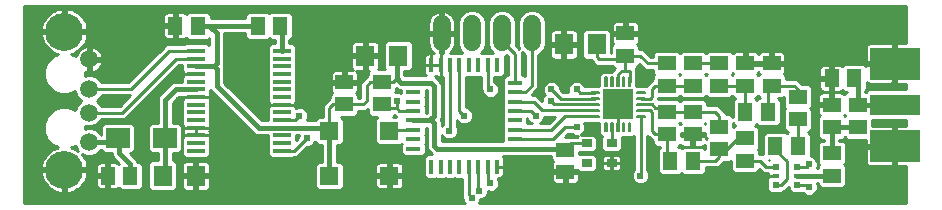
<source format=gtl>
G75*
%MOIN*%
%OFA0B0*%
%FSLAX25Y25*%
%IPPOS*%
%LPD*%
%AMOC8*
5,1,8,0,0,1.08239X$1,22.5*
%
%ADD10R,0.05906X0.05118*%
%ADD11R,0.06299X0.07087*%
%ADD12R,0.05118X0.05906*%
%ADD13R,0.05906X0.01575*%
%ADD14C,0.06000*%
%ADD15R,0.07874X0.06693*%
%ADD16R,0.06299X0.05906*%
%ADD17R,0.03543X0.02559*%
%ADD18C,0.05937*%
%ADD19C,0.12661*%
%ADD20C,0.00553*%
%ADD21R,0.10236X0.10236*%
%ADD22R,0.02362X0.02362*%
%ADD23R,0.02362X0.01575*%
%ADD24R,0.04724X0.01575*%
%ADD25R,0.01575X0.04724*%
%ADD26R,0.16500X0.07000*%
%ADD27R,0.16500X0.10500*%
%ADD28C,0.02387*%
%ADD29C,0.01000*%
%ADD30C,0.01600*%
%ADD31C,0.02781*%
D10*
X0188439Y0040447D03*
X0188439Y0047928D03*
X0222189Y0052947D03*
X0230939Y0052947D03*
X0239689Y0055428D03*
X0248439Y0051678D03*
X0239689Y0047947D03*
X0248439Y0044197D03*
X0277189Y0046678D03*
X0277189Y0039197D03*
X0277189Y0055447D03*
X0285939Y0055447D03*
X0265939Y0057947D03*
X0277189Y0062928D03*
X0285939Y0062928D03*
X0265939Y0065428D03*
X0257189Y0069197D03*
X0248439Y0069197D03*
X0239689Y0069197D03*
X0230939Y0069197D03*
X0222189Y0069197D03*
X0222189Y0076678D03*
X0230939Y0076678D03*
X0239689Y0076678D03*
X0248439Y0076678D03*
X0257189Y0076678D03*
X0208439Y0079197D03*
X0208439Y0086678D03*
X0127219Y0070428D03*
X0114719Y0070428D03*
X0114719Y0062947D03*
X0127219Y0062947D03*
X0222189Y0060428D03*
X0230939Y0060428D03*
D11*
X0198951Y0082938D03*
X0187927Y0082938D03*
X0132730Y0079188D03*
X0121707Y0079188D03*
X0065230Y0039188D03*
X0054207Y0039188D03*
D12*
X0043459Y0039188D03*
X0035978Y0039188D03*
X0058478Y0089187D03*
X0065959Y0089187D03*
X0085978Y0089187D03*
X0093459Y0089187D03*
X0223449Y0044187D03*
X0230929Y0044187D03*
X0258449Y0049187D03*
X0265929Y0049187D03*
X0255929Y0060437D03*
X0248449Y0060437D03*
X0277199Y0071688D03*
X0284679Y0071688D03*
D13*
X0093990Y0070585D03*
X0093990Y0073144D03*
X0093990Y0075703D03*
X0093990Y0078262D03*
X0093990Y0080821D03*
X0065447Y0080821D03*
X0065447Y0078262D03*
X0065447Y0075703D03*
X0065447Y0073144D03*
X0065447Y0070585D03*
X0065447Y0068026D03*
X0065447Y0065467D03*
X0065447Y0062908D03*
X0065447Y0060349D03*
X0065447Y0057790D03*
X0065447Y0055231D03*
X0065447Y0052672D03*
X0065447Y0050113D03*
X0065447Y0047554D03*
X0093990Y0047554D03*
X0093990Y0050113D03*
X0093990Y0052672D03*
X0093990Y0055231D03*
X0093990Y0057790D03*
X0093990Y0060349D03*
X0093990Y0062908D03*
X0093990Y0065467D03*
X0093990Y0068026D03*
D14*
X0147219Y0083688D02*
X0147219Y0089687D01*
X0157219Y0089687D02*
X0157219Y0083688D01*
X0167219Y0083688D02*
X0167219Y0089687D01*
X0177219Y0089687D02*
X0177219Y0083688D01*
D15*
X0055093Y0051687D03*
X0039344Y0051687D03*
D16*
X0109679Y0054168D03*
X0129758Y0054168D03*
X0129758Y0039207D03*
X0109679Y0039207D03*
D17*
X0195555Y0043439D03*
X0203823Y0043439D03*
X0203823Y0049936D03*
X0195555Y0049936D03*
D18*
X0029719Y0050408D03*
X0029719Y0060250D03*
X0029719Y0068125D03*
X0029719Y0077967D03*
D19*
X0021451Y0087219D03*
X0021451Y0041156D03*
D20*
X0199698Y0058764D02*
X0199698Y0059236D01*
X0199698Y0058764D02*
X0196944Y0058764D01*
X0196944Y0059236D01*
X0199698Y0059236D01*
X0199698Y0060733D02*
X0199698Y0061205D01*
X0199698Y0060733D02*
X0196944Y0060733D01*
X0196944Y0061205D01*
X0199698Y0061205D01*
X0199698Y0062701D02*
X0199698Y0063173D01*
X0199698Y0062701D02*
X0196944Y0062701D01*
X0196944Y0063173D01*
X0199698Y0063173D01*
X0199698Y0064670D02*
X0199698Y0065142D01*
X0199698Y0064670D02*
X0196944Y0064670D01*
X0196944Y0065142D01*
X0199698Y0065142D01*
X0199698Y0066639D02*
X0199698Y0067111D01*
X0199698Y0066639D02*
X0196944Y0066639D01*
X0196944Y0067111D01*
X0199698Y0067111D01*
X0201766Y0069179D02*
X0202238Y0069179D01*
X0201766Y0069179D02*
X0201766Y0071933D01*
X0202238Y0071933D01*
X0202238Y0069179D01*
X0202238Y0069731D02*
X0201766Y0069731D01*
X0201766Y0070283D02*
X0202238Y0070283D01*
X0202238Y0070835D02*
X0201766Y0070835D01*
X0201766Y0071387D02*
X0202238Y0071387D01*
X0203734Y0069179D02*
X0204206Y0069179D01*
X0203734Y0069179D02*
X0203734Y0071933D01*
X0204206Y0071933D01*
X0204206Y0069179D01*
X0204206Y0069731D02*
X0203734Y0069731D01*
X0203734Y0070283D02*
X0204206Y0070283D01*
X0204206Y0070835D02*
X0203734Y0070835D01*
X0203734Y0071387D02*
X0204206Y0071387D01*
X0205703Y0069179D02*
X0206175Y0069179D01*
X0205703Y0069179D02*
X0205703Y0071933D01*
X0206175Y0071933D01*
X0206175Y0069179D01*
X0206175Y0069731D02*
X0205703Y0069731D01*
X0205703Y0070283D02*
X0206175Y0070283D01*
X0206175Y0070835D02*
X0205703Y0070835D01*
X0205703Y0071387D02*
X0206175Y0071387D01*
X0207671Y0069179D02*
X0208143Y0069179D01*
X0207671Y0069179D02*
X0207671Y0071933D01*
X0208143Y0071933D01*
X0208143Y0069179D01*
X0208143Y0069731D02*
X0207671Y0069731D01*
X0207671Y0070283D02*
X0208143Y0070283D01*
X0208143Y0070835D02*
X0207671Y0070835D01*
X0207671Y0071387D02*
X0208143Y0071387D01*
X0209640Y0069179D02*
X0210112Y0069179D01*
X0209640Y0069179D02*
X0209640Y0071933D01*
X0210112Y0071933D01*
X0210112Y0069179D01*
X0210112Y0069731D02*
X0209640Y0069731D01*
X0209640Y0070283D02*
X0210112Y0070283D01*
X0210112Y0070835D02*
X0209640Y0070835D01*
X0209640Y0071387D02*
X0210112Y0071387D01*
X0212180Y0067111D02*
X0212180Y0066639D01*
X0212180Y0067111D02*
X0214934Y0067111D01*
X0214934Y0066639D01*
X0212180Y0066639D01*
X0212180Y0065142D02*
X0212180Y0064670D01*
X0212180Y0065142D02*
X0214934Y0065142D01*
X0214934Y0064670D01*
X0212180Y0064670D01*
X0212180Y0063173D02*
X0212180Y0062701D01*
X0212180Y0063173D02*
X0214934Y0063173D01*
X0214934Y0062701D01*
X0212180Y0062701D01*
X0212180Y0061205D02*
X0212180Y0060733D01*
X0212180Y0061205D02*
X0214934Y0061205D01*
X0214934Y0060733D01*
X0212180Y0060733D01*
X0212180Y0059236D02*
X0212180Y0058764D01*
X0212180Y0059236D02*
X0214934Y0059236D01*
X0214934Y0058764D01*
X0212180Y0058764D01*
X0210112Y0056696D02*
X0209640Y0056696D01*
X0210112Y0056696D02*
X0210112Y0053942D01*
X0209640Y0053942D01*
X0209640Y0056696D01*
X0209640Y0054494D02*
X0210112Y0054494D01*
X0210112Y0055046D02*
X0209640Y0055046D01*
X0209640Y0055598D02*
X0210112Y0055598D01*
X0210112Y0056150D02*
X0209640Y0056150D01*
X0208143Y0056696D02*
X0207671Y0056696D01*
X0208143Y0056696D02*
X0208143Y0053942D01*
X0207671Y0053942D01*
X0207671Y0056696D01*
X0207671Y0054494D02*
X0208143Y0054494D01*
X0208143Y0055046D02*
X0207671Y0055046D01*
X0207671Y0055598D02*
X0208143Y0055598D01*
X0208143Y0056150D02*
X0207671Y0056150D01*
X0206175Y0056696D02*
X0205703Y0056696D01*
X0206175Y0056696D02*
X0206175Y0053942D01*
X0205703Y0053942D01*
X0205703Y0056696D01*
X0205703Y0054494D02*
X0206175Y0054494D01*
X0206175Y0055046D02*
X0205703Y0055046D01*
X0205703Y0055598D02*
X0206175Y0055598D01*
X0206175Y0056150D02*
X0205703Y0056150D01*
X0204206Y0056696D02*
X0203734Y0056696D01*
X0204206Y0056696D02*
X0204206Y0053942D01*
X0203734Y0053942D01*
X0203734Y0056696D01*
X0203734Y0054494D02*
X0204206Y0054494D01*
X0204206Y0055046D02*
X0203734Y0055046D01*
X0203734Y0055598D02*
X0204206Y0055598D01*
X0204206Y0056150D02*
X0203734Y0056150D01*
X0202238Y0056696D02*
X0201766Y0056696D01*
X0202238Y0056696D02*
X0202238Y0053942D01*
X0201766Y0053942D01*
X0201766Y0056696D01*
X0201766Y0054494D02*
X0202238Y0054494D01*
X0202238Y0055046D02*
X0201766Y0055046D01*
X0201766Y0055598D02*
X0202238Y0055598D01*
X0202238Y0056150D02*
X0201766Y0056150D01*
D21*
X0205939Y0062937D03*
D22*
X0258646Y0042140D03*
X0265732Y0042140D03*
X0265732Y0036235D03*
X0258646Y0036235D03*
D23*
X0258646Y0039188D03*
X0265732Y0039188D03*
D24*
X0171648Y0048164D03*
X0171648Y0051313D03*
X0171648Y0054463D03*
X0171648Y0057613D03*
X0171648Y0060762D03*
X0171648Y0063912D03*
X0171648Y0067062D03*
X0171648Y0070211D03*
X0137789Y0070211D03*
X0137789Y0067062D03*
X0137789Y0063912D03*
X0137789Y0060762D03*
X0137789Y0057613D03*
X0137789Y0054463D03*
X0137789Y0051313D03*
X0137789Y0048164D03*
D25*
X0143695Y0042258D03*
X0146844Y0042258D03*
X0149994Y0042258D03*
X0153144Y0042258D03*
X0156293Y0042258D03*
X0159443Y0042258D03*
X0162593Y0042258D03*
X0165742Y0042258D03*
X0165742Y0076117D03*
X0162593Y0076117D03*
X0159443Y0076117D03*
X0156293Y0076117D03*
X0153144Y0076117D03*
X0149994Y0076117D03*
X0146844Y0076117D03*
X0143695Y0076117D03*
D26*
X0298290Y0062839D03*
D27*
X0298290Y0049081D03*
X0298290Y0076597D03*
D28*
X0287179Y0077249D03*
X0287179Y0080201D03*
X0277337Y0077249D03*
X0271431Y0077249D03*
X0263557Y0081186D03*
X0257652Y0083154D03*
X0248793Y0083154D03*
X0239935Y0083154D03*
X0231077Y0083154D03*
X0222219Y0083154D03*
X0215329Y0083154D03*
X0215329Y0091028D03*
X0208439Y0092997D03*
X0201549Y0091028D03*
X0181864Y0079217D03*
X0186785Y0076264D03*
X0181864Y0072327D03*
X0183813Y0067938D03*
X0192189Y0067938D03*
X0197612Y0070359D03*
X0203439Y0065437D03*
X0208439Y0065437D03*
X0214344Y0070359D03*
X0214344Y0073312D03*
X0238941Y0063794D03*
X0242878Y0061825D03*
X0254689Y0054936D03*
X0259610Y0054936D03*
X0271431Y0053626D03*
X0283242Y0049689D03*
X0287179Y0049689D03*
X0287179Y0046737D03*
X0287179Y0043784D03*
X0283242Y0042800D03*
X0289148Y0040831D03*
X0292100Y0040831D03*
X0295053Y0040831D03*
X0298006Y0040831D03*
X0300959Y0040831D03*
X0283242Y0034926D03*
X0277337Y0032957D03*
X0269689Y0035438D03*
X0254689Y0039188D03*
X0248793Y0038863D03*
X0241904Y0041815D03*
X0236982Y0039847D03*
X0227140Y0037878D03*
X0218281Y0037878D03*
X0213439Y0039188D03*
X0203518Y0038863D03*
X0195644Y0038863D03*
X0209423Y0042800D03*
X0217297Y0044768D03*
X0209423Y0049689D03*
X0197612Y0054611D03*
X0192189Y0055437D03*
X0178547Y0059187D03*
X0183547Y0064187D03*
X0166116Y0064453D03*
X0163469Y0067938D03*
X0157258Y0064453D03*
X0154719Y0059187D03*
X0161195Y0058548D03*
X0149719Y0054187D03*
X0154305Y0052642D03*
X0166116Y0052642D03*
X0138557Y0043784D03*
X0129699Y0044768D03*
X0119856Y0046737D03*
X0102219Y0051687D03*
X0119856Y0055595D03*
X0099719Y0059187D03*
X0103124Y0064453D03*
X0109030Y0070359D03*
X0109030Y0075280D03*
X0103124Y0075280D03*
X0114935Y0076264D03*
X0115919Y0079217D03*
X0115919Y0084138D03*
X0121825Y0085123D03*
X0141510Y0087091D03*
X0141510Y0081186D03*
X0152337Y0081186D03*
X0152337Y0093981D03*
X0141510Y0093981D03*
X0099187Y0089060D03*
X0078518Y0082170D03*
X0051943Y0085123D03*
X0051943Y0089060D03*
X0051943Y0092997D03*
X0030289Y0088075D03*
X0030289Y0083154D03*
X0043085Y0081186D03*
X0035211Y0078233D03*
X0034226Y0073312D03*
X0035211Y0064453D03*
X0039148Y0064453D03*
X0048006Y0060516D03*
X0059817Y0061500D03*
X0059817Y0058548D03*
X0072612Y0061500D03*
X0059817Y0064453D03*
X0058833Y0072327D03*
X0085407Y0065437D03*
X0132219Y0064187D03*
X0078518Y0047721D03*
X0071628Y0041815D03*
X0071628Y0036894D03*
X0064738Y0032957D03*
X0092297Y0034926D03*
X0119856Y0037878D03*
X0123793Y0038863D03*
X0135604Y0038863D03*
X0149384Y0034926D03*
X0157219Y0031687D03*
X0159719Y0034188D03*
X0163469Y0036688D03*
X0170053Y0042800D03*
X0181864Y0042800D03*
X0229689Y0052937D03*
X0232189Y0052937D03*
X0208439Y0060437D03*
X0203439Y0060437D03*
X0263557Y0073312D03*
X0271431Y0071343D03*
X0271431Y0065437D03*
X0271431Y0059532D03*
X0292100Y0056579D03*
X0295053Y0056579D03*
X0298006Y0056579D03*
X0300959Y0056579D03*
X0271431Y0047721D03*
X0269689Y0042938D03*
X0299974Y0032957D03*
X0298006Y0069375D03*
X0298006Y0084138D03*
X0300959Y0084138D03*
X0295053Y0084138D03*
X0292100Y0084138D03*
X0289148Y0084138D03*
X0299974Y0092997D03*
X0273400Y0092997D03*
X0248793Y0092997D03*
X0076549Y0093981D03*
X0028321Y0093981D03*
X0014541Y0093981D03*
X0012573Y0088075D03*
X0014541Y0081186D03*
X0014541Y0047721D03*
X0012573Y0041815D03*
X0030289Y0041815D03*
X0036195Y0045752D03*
X0048006Y0047721D03*
X0028321Y0034926D03*
X0036195Y0032957D03*
X0021431Y0031973D03*
X0014541Y0034926D03*
X0129699Y0033941D03*
D29*
X0154903Y0029937D02*
X0007968Y0029937D01*
X0007968Y0095741D01*
X0302118Y0095741D01*
X0302118Y0083347D01*
X0298790Y0083347D01*
X0298790Y0077097D01*
X0297790Y0077097D01*
X0297790Y0076097D01*
X0298790Y0076097D01*
X0298790Y0069847D01*
X0302118Y0069847D01*
X0302118Y0068020D01*
X0289343Y0068020D01*
X0288491Y0067168D01*
X0288420Y0067168D01*
X0288420Y0067539D01*
X0288919Y0068038D01*
X0288919Y0070347D01*
X0289119Y0070147D01*
X0289461Y0069950D01*
X0289842Y0069847D01*
X0297790Y0069847D01*
X0297790Y0076097D01*
X0288540Y0076097D01*
X0288540Y0075716D01*
X0287935Y0076321D01*
X0281424Y0076321D01*
X0280811Y0075709D01*
X0280679Y0075841D01*
X0280337Y0076038D01*
X0279955Y0076140D01*
X0277699Y0076140D01*
X0277699Y0072188D01*
X0276699Y0072188D01*
X0276699Y0076140D01*
X0274442Y0076140D01*
X0274061Y0076038D01*
X0273719Y0075841D01*
X0273439Y0075561D01*
X0273242Y0075219D01*
X0273140Y0074838D01*
X0273140Y0072187D01*
X0276699Y0072187D01*
X0276699Y0071188D01*
X0273140Y0071188D01*
X0273140Y0068537D01*
X0273242Y0068156D01*
X0273439Y0067814D01*
X0273719Y0067534D01*
X0274061Y0067337D01*
X0274442Y0067235D01*
X0276699Y0067235D01*
X0276699Y0071187D01*
X0277699Y0071187D01*
X0277699Y0067235D01*
X0279955Y0067235D01*
X0280337Y0067337D01*
X0280679Y0067534D01*
X0280811Y0067666D01*
X0281424Y0067054D01*
X0282176Y0067054D01*
X0281411Y0066289D01*
X0281342Y0066408D01*
X0281063Y0066687D01*
X0280721Y0066884D01*
X0280339Y0066987D01*
X0277689Y0066987D01*
X0277689Y0063428D01*
X0276689Y0063428D01*
X0276689Y0066987D01*
X0274039Y0066987D01*
X0273657Y0066884D01*
X0273315Y0066687D01*
X0273036Y0066408D01*
X0272838Y0066066D01*
X0272736Y0065684D01*
X0272736Y0063428D01*
X0276689Y0063428D01*
X0276689Y0062428D01*
X0272736Y0062428D01*
X0272736Y0060171D01*
X0272838Y0059790D01*
X0273036Y0059448D01*
X0273168Y0059316D01*
X0272555Y0058703D01*
X0272555Y0052192D01*
X0273540Y0051207D01*
X0274708Y0051207D01*
X0274708Y0050918D01*
X0273540Y0050918D01*
X0272555Y0049933D01*
X0272555Y0043530D01*
X0272126Y0044566D01*
X0271317Y0045375D01*
X0270261Y0045812D01*
X0270169Y0045812D01*
X0270169Y0052837D01*
X0269299Y0053707D01*
X0269588Y0053707D01*
X0270573Y0054692D01*
X0270573Y0061203D01*
X0270088Y0061687D01*
X0270573Y0062172D01*
X0270573Y0068683D01*
X0269588Y0069668D01*
X0267293Y0069668D01*
X0266842Y0070119D01*
X0265583Y0071378D01*
X0261823Y0071378D01*
X0261823Y0072453D01*
X0261210Y0073066D01*
X0261342Y0073198D01*
X0261539Y0073540D01*
X0261642Y0073921D01*
X0261642Y0076178D01*
X0257689Y0076178D01*
X0257689Y0077178D01*
X0256689Y0077178D01*
X0256689Y0080737D01*
X0254039Y0080737D01*
X0253657Y0080634D01*
X0253315Y0080437D01*
X0253036Y0080158D01*
X0252838Y0079816D01*
X0252814Y0079724D01*
X0252789Y0079816D01*
X0252592Y0080158D01*
X0252313Y0080437D01*
X0251971Y0080634D01*
X0251589Y0080737D01*
X0248939Y0080737D01*
X0248939Y0077178D01*
X0247939Y0077178D01*
X0247939Y0080737D01*
X0245289Y0080737D01*
X0244907Y0080634D01*
X0244565Y0080437D01*
X0244286Y0080158D01*
X0244217Y0080039D01*
X0243338Y0080918D01*
X0236040Y0080918D01*
X0235314Y0080192D01*
X0234588Y0080918D01*
X0227290Y0080918D01*
X0226564Y0080192D01*
X0225838Y0080918D01*
X0218540Y0080918D01*
X0217555Y0079933D01*
X0217555Y0078859D01*
X0216852Y0078859D01*
X0215620Y0080091D01*
X0214342Y0081369D01*
X0213073Y0081369D01*
X0213073Y0082453D01*
X0212460Y0083066D01*
X0212592Y0083198D01*
X0212789Y0083540D01*
X0212892Y0083921D01*
X0212892Y0086178D01*
X0208939Y0086178D01*
X0208939Y0087178D01*
X0207939Y0087178D01*
X0207939Y0090737D01*
X0205289Y0090737D01*
X0204907Y0090634D01*
X0204565Y0090437D01*
X0204286Y0090158D01*
X0204088Y0089816D01*
X0203986Y0089434D01*
X0203986Y0087178D01*
X0207939Y0087178D01*
X0207939Y0086178D01*
X0203986Y0086178D01*
X0203986Y0083921D01*
X0204088Y0083540D01*
X0204286Y0083198D01*
X0204418Y0083066D01*
X0203805Y0082453D01*
X0203805Y0080119D01*
X0203781Y0080119D01*
X0203781Y0087177D01*
X0202797Y0088162D01*
X0195105Y0088162D01*
X0194120Y0087177D01*
X0194120Y0078698D01*
X0195105Y0077713D01*
X0196829Y0077713D01*
X0197508Y0077034D01*
X0198786Y0075756D01*
X0203991Y0075756D01*
X0204790Y0074957D01*
X0204874Y0074957D01*
X0203807Y0073890D01*
X0200956Y0073890D01*
X0199809Y0072744D01*
X0199809Y0069165D01*
X0199711Y0069067D01*
X0196133Y0069067D01*
X0196121Y0069056D01*
X0194837Y0069056D01*
X0194626Y0069566D01*
X0193817Y0070375D01*
X0192761Y0070812D01*
X0191617Y0070812D01*
X0190561Y0070375D01*
X0189752Y0069566D01*
X0189314Y0068509D01*
X0189314Y0067366D01*
X0189430Y0067087D01*
X0187748Y0067087D01*
X0186688Y0068147D01*
X0186688Y0068509D01*
X0186250Y0069566D01*
X0185441Y0070375D01*
X0184385Y0070812D01*
X0183241Y0070812D01*
X0182185Y0070375D01*
X0181376Y0069566D01*
X0180938Y0068509D01*
X0180938Y0067366D01*
X0181376Y0066309D01*
X0181490Y0066195D01*
X0181110Y0065816D01*
X0180672Y0064759D01*
X0180672Y0064163D01*
X0180020Y0064815D01*
X0178742Y0066093D01*
X0177209Y0066093D01*
X0178122Y0067006D01*
X0179400Y0068284D01*
X0179400Y0079524D01*
X0179870Y0079719D01*
X0181187Y0081036D01*
X0181900Y0082756D01*
X0181900Y0090619D01*
X0181187Y0092339D01*
X0179870Y0093656D01*
X0178150Y0094369D01*
X0176287Y0094369D01*
X0174567Y0093656D01*
X0173250Y0092339D01*
X0172537Y0090619D01*
X0172537Y0082756D01*
X0173105Y0081385D01*
X0171851Y0082639D01*
X0171900Y0082756D01*
X0171900Y0090619D01*
X0171187Y0092339D01*
X0169870Y0093656D01*
X0168150Y0094369D01*
X0166287Y0094369D01*
X0164567Y0093656D01*
X0163250Y0092339D01*
X0162537Y0090619D01*
X0162537Y0082756D01*
X0163250Y0081036D01*
X0164192Y0080094D01*
X0164167Y0080069D01*
X0164076Y0080160D01*
X0161109Y0080160D01*
X0161018Y0080069D01*
X0160927Y0080160D01*
X0160311Y0080160D01*
X0161187Y0081036D01*
X0161900Y0082756D01*
X0161900Y0090619D01*
X0161187Y0092339D01*
X0159870Y0093656D01*
X0158150Y0094369D01*
X0156287Y0094369D01*
X0154567Y0093656D01*
X0153250Y0092339D01*
X0152537Y0090619D01*
X0152537Y0082756D01*
X0153250Y0081036D01*
X0154126Y0080160D01*
X0151660Y0080160D01*
X0151569Y0080069D01*
X0151478Y0080160D01*
X0150019Y0080160D01*
X0150150Y0080255D01*
X0150651Y0080756D01*
X0151067Y0081329D01*
X0151389Y0081960D01*
X0151608Y0082634D01*
X0151718Y0083333D01*
X0151718Y0086188D01*
X0147719Y0086188D01*
X0147719Y0087187D01*
X0151718Y0087187D01*
X0151718Y0090042D01*
X0151608Y0090741D01*
X0151389Y0091415D01*
X0151067Y0092046D01*
X0150651Y0092619D01*
X0150150Y0093120D01*
X0149577Y0093536D01*
X0148946Y0093858D01*
X0148272Y0094077D01*
X0147718Y0094164D01*
X0147718Y0087188D01*
X0146719Y0087188D01*
X0146719Y0094164D01*
X0146165Y0094077D01*
X0145491Y0093858D01*
X0144860Y0093536D01*
X0144287Y0093120D01*
X0143786Y0092619D01*
X0143370Y0092046D01*
X0143048Y0091415D01*
X0142829Y0090741D01*
X0142719Y0090042D01*
X0142719Y0087187D01*
X0146718Y0087187D01*
X0146718Y0086188D01*
X0142719Y0086188D01*
X0142719Y0083333D01*
X0142829Y0082634D01*
X0143048Y0081960D01*
X0143370Y0081329D01*
X0143786Y0080756D01*
X0144287Y0080255D01*
X0144667Y0079979D01*
X0143695Y0079979D01*
X0143695Y0076117D01*
X0143695Y0076117D01*
X0143695Y0079979D01*
X0142710Y0079979D01*
X0142328Y0079877D01*
X0141986Y0079679D01*
X0141707Y0079400D01*
X0141510Y0079058D01*
X0141407Y0078676D01*
X0141407Y0076117D01*
X0143695Y0076117D01*
X0145982Y0076117D01*
X0146844Y0076117D01*
X0146844Y0076117D01*
X0146844Y0079979D01*
X0146719Y0079979D01*
X0146719Y0086187D01*
X0147718Y0086187D01*
X0147718Y0079979D01*
X0146845Y0079979D01*
X0146845Y0076117D01*
X0146844Y0076117D01*
X0143695Y0076117D01*
X0143695Y0076117D01*
X0143695Y0076117D01*
X0141407Y0076117D01*
X0141407Y0073557D01*
X0141510Y0073175D01*
X0141707Y0072833D01*
X0141848Y0072692D01*
X0134723Y0072692D01*
X0134700Y0072715D01*
X0134700Y0073963D01*
X0136576Y0073963D01*
X0137561Y0074948D01*
X0137561Y0083427D01*
X0136576Y0084412D01*
X0128884Y0084412D01*
X0127900Y0083427D01*
X0127900Y0074948D01*
X0128180Y0074668D01*
X0126001Y0074668D01*
X0126057Y0074723D01*
X0126254Y0075065D01*
X0126356Y0075447D01*
X0126356Y0078688D01*
X0122207Y0078688D01*
X0122207Y0079687D01*
X0126356Y0079687D01*
X0126356Y0082928D01*
X0126254Y0083310D01*
X0126057Y0083652D01*
X0125777Y0083931D01*
X0125435Y0084129D01*
X0125054Y0084231D01*
X0122207Y0084231D01*
X0122207Y0079688D01*
X0121207Y0079688D01*
X0121207Y0084231D01*
X0118360Y0084231D01*
X0117978Y0084129D01*
X0117636Y0083931D01*
X0117357Y0083652D01*
X0117159Y0083310D01*
X0117057Y0082928D01*
X0117057Y0079687D01*
X0121207Y0079687D01*
X0121207Y0078688D01*
X0117057Y0078688D01*
X0117057Y0075447D01*
X0117159Y0075065D01*
X0117357Y0074723D01*
X0117593Y0074487D01*
X0115218Y0074487D01*
X0115218Y0070928D01*
X0114219Y0070928D01*
X0114219Y0074487D01*
X0111568Y0074487D01*
X0111187Y0074384D01*
X0110845Y0074187D01*
X0110565Y0073908D01*
X0110368Y0073566D01*
X0110266Y0073184D01*
X0110266Y0070928D01*
X0114218Y0070928D01*
X0114218Y0069928D01*
X0110266Y0069928D01*
X0110266Y0067671D01*
X0110368Y0067290D01*
X0110565Y0066948D01*
X0110697Y0066816D01*
X0110085Y0066203D01*
X0110085Y0065128D01*
X0110075Y0065128D01*
X0108815Y0063869D01*
X0107537Y0062591D01*
X0107537Y0058802D01*
X0105833Y0058802D01*
X0104848Y0057817D01*
X0104848Y0057712D01*
X0102219Y0057712D01*
X0102593Y0058616D01*
X0102593Y0059759D01*
X0102156Y0060816D01*
X0101347Y0061625D01*
X0100290Y0062062D01*
X0099147Y0062062D01*
X0098615Y0061842D01*
X0098443Y0062014D01*
X0098443Y0062908D01*
X0098443Y0063802D01*
X0098624Y0063983D01*
X0098624Y0082305D01*
X0097639Y0083290D01*
X0096471Y0083290D01*
X0096471Y0084554D01*
X0096714Y0084554D01*
X0097699Y0085538D01*
X0097699Y0092837D01*
X0096714Y0093821D01*
X0090203Y0093821D01*
X0089719Y0093337D01*
X0089234Y0093821D01*
X0082723Y0093821D01*
X0081738Y0092837D01*
X0081738Y0091669D01*
X0070199Y0091669D01*
X0070199Y0092837D01*
X0069214Y0093821D01*
X0062703Y0093821D01*
X0062090Y0093209D01*
X0061958Y0093341D01*
X0061616Y0093538D01*
X0061235Y0093640D01*
X0058978Y0093640D01*
X0058978Y0089688D01*
X0057978Y0089688D01*
X0057978Y0093640D01*
X0055722Y0093640D01*
X0055340Y0093538D01*
X0054998Y0093341D01*
X0054719Y0093061D01*
X0054522Y0092719D01*
X0054419Y0092338D01*
X0027393Y0092338D01*
X0027351Y0092393D02*
X0026625Y0093119D01*
X0025811Y0093744D01*
X0024922Y0094257D01*
X0023973Y0094650D01*
X0022982Y0094916D01*
X0021964Y0095050D01*
X0021951Y0095050D01*
X0021951Y0087719D01*
X0029281Y0087719D01*
X0029281Y0087732D01*
X0029148Y0088750D01*
X0028882Y0089741D01*
X0028489Y0090690D01*
X0027976Y0091579D01*
X0027351Y0092393D01*
X0028114Y0091339D02*
X0054419Y0091339D01*
X0054419Y0090341D02*
X0028634Y0090341D01*
X0028989Y0089342D02*
X0057978Y0089342D01*
X0057978Y0089687D02*
X0057978Y0088688D01*
X0054419Y0088688D01*
X0054419Y0086037D01*
X0054522Y0085656D01*
X0054719Y0085314D01*
X0054998Y0085034D01*
X0055340Y0084837D01*
X0055722Y0084735D01*
X0057978Y0084735D01*
X0057978Y0088687D01*
X0058978Y0088687D01*
X0058978Y0084735D01*
X0061235Y0084735D01*
X0061616Y0084837D01*
X0061958Y0085034D01*
X0062090Y0085166D01*
X0062703Y0084554D01*
X0069214Y0084554D01*
X0069737Y0085077D01*
X0069737Y0082648D01*
X0069096Y0083290D01*
X0061798Y0083290D01*
X0061510Y0083002D01*
X0055449Y0083002D01*
X0054171Y0081725D01*
X0042752Y0070306D01*
X0033848Y0070306D01*
X0033660Y0070758D01*
X0032352Y0072066D01*
X0030643Y0072774D01*
X0028794Y0072774D01*
X0028313Y0072575D01*
X0028313Y0073725D01*
X0028672Y0073609D01*
X0029234Y0073520D01*
X0029234Y0077483D01*
X0030203Y0077483D01*
X0030203Y0078451D01*
X0034166Y0078451D01*
X0034077Y0079013D01*
X0033860Y0079682D01*
X0033540Y0080309D01*
X0033127Y0080878D01*
X0032630Y0081375D01*
X0032061Y0081789D01*
X0031434Y0082108D01*
X0030765Y0082325D01*
X0030203Y0082415D01*
X0030203Y0078451D01*
X0029234Y0078451D01*
X0029234Y0082415D01*
X0028672Y0082325D01*
X0028003Y0082108D01*
X0027376Y0081789D01*
X0026807Y0081375D01*
X0026310Y0080878D01*
X0025897Y0080309D01*
X0025577Y0079682D01*
X0025366Y0079032D01*
X0025338Y0079060D01*
X0023735Y0079724D01*
X0023973Y0079788D01*
X0024922Y0080181D01*
X0025811Y0080694D01*
X0026625Y0081319D01*
X0027351Y0082045D01*
X0027976Y0082859D01*
X0028489Y0083748D01*
X0028882Y0084696D01*
X0029148Y0085688D01*
X0029281Y0086706D01*
X0029281Y0086719D01*
X0021951Y0086719D01*
X0021951Y0087719D01*
X0020951Y0087719D01*
X0020951Y0095050D01*
X0020938Y0095050D01*
X0019920Y0094916D01*
X0018928Y0094650D01*
X0017980Y0094257D01*
X0017091Y0093744D01*
X0016277Y0093119D01*
X0015551Y0092393D01*
X0014926Y0091579D01*
X0014413Y0090690D01*
X0014020Y0089741D01*
X0013754Y0088750D01*
X0013620Y0087732D01*
X0013620Y0087719D01*
X0020951Y0087719D01*
X0020951Y0086719D01*
X0013620Y0086719D01*
X0013620Y0086706D01*
X0013754Y0085688D01*
X0014020Y0084696D01*
X0014413Y0083748D01*
X0014926Y0082859D01*
X0015551Y0082045D01*
X0016277Y0081319D01*
X0017091Y0080694D01*
X0017980Y0080181D01*
X0018928Y0079788D01*
X0019167Y0079724D01*
X0017564Y0079060D01*
X0015633Y0077130D01*
X0014589Y0074608D01*
X0014589Y0071878D01*
X0015633Y0069355D01*
X0017564Y0067425D01*
X0020086Y0066380D01*
X0022816Y0066380D01*
X0025069Y0067314D01*
X0025069Y0067200D01*
X0025777Y0065491D01*
X0027080Y0064187D01*
X0025777Y0062884D01*
X0025069Y0061175D01*
X0025069Y0061061D01*
X0022816Y0061995D01*
X0020086Y0061995D01*
X0017564Y0060950D01*
X0015633Y0059020D01*
X0014589Y0056497D01*
X0014589Y0053767D01*
X0015633Y0051245D01*
X0017564Y0049315D01*
X0019167Y0048651D01*
X0018928Y0048587D01*
X0017980Y0048194D01*
X0017091Y0047681D01*
X0016277Y0047056D01*
X0015551Y0046330D01*
X0014926Y0045516D01*
X0014413Y0044627D01*
X0014020Y0043678D01*
X0013754Y0042687D01*
X0013620Y0041669D01*
X0013620Y0041656D01*
X0020951Y0041656D01*
X0020951Y0040656D01*
X0021951Y0040656D01*
X0021951Y0041656D01*
X0029281Y0041656D01*
X0029281Y0041669D01*
X0029148Y0042687D01*
X0028882Y0043678D01*
X0028489Y0044627D01*
X0027976Y0045516D01*
X0027351Y0046330D01*
X0027307Y0046374D01*
X0028794Y0045758D01*
X0030643Y0045758D01*
X0032352Y0046466D01*
X0033660Y0047774D01*
X0033723Y0047927D01*
X0033726Y0047927D01*
X0033726Y0047645D01*
X0034711Y0046660D01*
X0037237Y0046660D01*
X0037237Y0046194D01*
X0037615Y0045282D01*
X0038313Y0044584D01*
X0039640Y0043258D01*
X0039590Y0043209D01*
X0039458Y0043341D01*
X0039116Y0043538D01*
X0038735Y0043640D01*
X0036478Y0043640D01*
X0036478Y0039688D01*
X0035478Y0039688D01*
X0035478Y0043640D01*
X0033222Y0043640D01*
X0032840Y0043538D01*
X0032498Y0043341D01*
X0032219Y0043061D01*
X0032022Y0042719D01*
X0031919Y0042338D01*
X0031919Y0039687D01*
X0035478Y0039687D01*
X0035478Y0038688D01*
X0031919Y0038688D01*
X0031919Y0036037D01*
X0032022Y0035656D01*
X0032219Y0035314D01*
X0032498Y0035034D01*
X0032840Y0034837D01*
X0033222Y0034735D01*
X0035478Y0034735D01*
X0035478Y0038687D01*
X0036478Y0038687D01*
X0036478Y0034735D01*
X0038735Y0034735D01*
X0039116Y0034837D01*
X0039458Y0035034D01*
X0039590Y0035166D01*
X0040203Y0034554D01*
X0046714Y0034554D01*
X0047699Y0035538D01*
X0047699Y0042837D01*
X0046714Y0043821D01*
X0045782Y0043821D01*
X0045562Y0044353D01*
X0043255Y0046660D01*
X0043978Y0046660D01*
X0044963Y0047645D01*
X0044963Y0055730D01*
X0043978Y0056715D01*
X0034711Y0056715D01*
X0033726Y0055730D01*
X0033726Y0052889D01*
X0033723Y0052889D01*
X0033660Y0053042D01*
X0032352Y0054350D01*
X0030643Y0055058D01*
X0028794Y0055058D01*
X0028313Y0054858D01*
X0028313Y0055800D01*
X0028794Y0055601D01*
X0030643Y0055601D01*
X0032352Y0056309D01*
X0033660Y0057617D01*
X0033848Y0058069D01*
X0041685Y0058069D01*
X0042963Y0059347D01*
X0059697Y0076081D01*
X0060813Y0076081D01*
X0060813Y0074220D01*
X0060994Y0074038D01*
X0060994Y0073144D01*
X0060994Y0072250D01*
X0060813Y0072069D01*
X0060813Y0070507D01*
X0058064Y0070507D01*
X0057152Y0070129D01*
X0056454Y0069432D01*
X0052989Y0065967D01*
X0052611Y0065055D01*
X0052611Y0056715D01*
X0050459Y0056715D01*
X0049474Y0055730D01*
X0049474Y0047645D01*
X0050459Y0046660D01*
X0052611Y0046660D01*
X0052611Y0044412D01*
X0050361Y0044412D01*
X0049376Y0043427D01*
X0049376Y0034948D01*
X0050361Y0033963D01*
X0058053Y0033963D01*
X0059037Y0034948D01*
X0059037Y0043427D01*
X0058053Y0044412D01*
X0057574Y0044412D01*
X0057574Y0046660D01*
X0059726Y0046660D01*
X0060711Y0047645D01*
X0060711Y0055730D01*
X0059726Y0056715D01*
X0057574Y0056715D01*
X0057574Y0063534D01*
X0059585Y0065545D01*
X0060994Y0065545D01*
X0060994Y0065467D01*
X0060994Y0064573D01*
X0060813Y0064392D01*
X0060813Y0056306D01*
X0060994Y0056125D01*
X0060994Y0055231D01*
X0065447Y0055231D01*
X0069900Y0055231D01*
X0069900Y0056125D01*
X0070081Y0056306D01*
X0070081Y0064392D01*
X0069900Y0064573D01*
X0069900Y0065467D01*
X0069900Y0066361D01*
X0070081Y0066542D01*
X0070081Y0067865D01*
X0070115Y0067782D01*
X0070813Y0067084D01*
X0084770Y0053127D01*
X0085682Y0052750D01*
X0089356Y0052750D01*
X0089356Y0046070D01*
X0090341Y0045085D01*
X0097639Y0045085D01*
X0097927Y0045373D01*
X0098988Y0045373D01*
X0102428Y0048813D01*
X0102790Y0048813D01*
X0103847Y0049250D01*
X0104656Y0050059D01*
X0104848Y0050525D01*
X0104848Y0050519D01*
X0105833Y0049534D01*
X0107237Y0049534D01*
X0107237Y0043841D01*
X0105833Y0043841D01*
X0104848Y0042856D01*
X0104848Y0035558D01*
X0105833Y0034573D01*
X0113525Y0034573D01*
X0114510Y0035558D01*
X0114510Y0042856D01*
X0113525Y0043841D01*
X0112200Y0043841D01*
X0112200Y0049534D01*
X0113525Y0049534D01*
X0114510Y0050519D01*
X0114510Y0057817D01*
X0113620Y0058707D01*
X0118368Y0058707D01*
X0119352Y0059692D01*
X0119352Y0060766D01*
X0121882Y0060766D01*
X0122585Y0061469D01*
X0122585Y0059692D01*
X0123569Y0058707D01*
X0125817Y0058707D01*
X0124927Y0057817D01*
X0124927Y0050519D01*
X0125912Y0049534D01*
X0133604Y0049534D01*
X0133823Y0049753D01*
X0133837Y0049739D01*
X0133746Y0049648D01*
X0133746Y0046680D01*
X0134731Y0045695D01*
X0140848Y0045695D01*
X0141833Y0046680D01*
X0141833Y0049648D01*
X0141742Y0049739D01*
X0141833Y0049830D01*
X0141833Y0052797D01*
X0141742Y0052888D01*
X0141833Y0052979D01*
X0141833Y0055132D01*
X0142237Y0055132D01*
X0142237Y0048694D01*
X0142615Y0047782D01*
X0143313Y0047084D01*
X0144096Y0046302D01*
X0142211Y0046302D01*
X0141226Y0045317D01*
X0141226Y0039200D01*
X0142211Y0038215D01*
X0145179Y0038215D01*
X0145270Y0038306D01*
X0145361Y0038215D01*
X0148328Y0038215D01*
X0148419Y0038306D01*
X0148510Y0038215D01*
X0151478Y0038215D01*
X0151569Y0038306D01*
X0151660Y0038215D01*
X0154112Y0038215D01*
X0154112Y0031709D01*
X0154344Y0031478D01*
X0154344Y0031116D01*
X0154781Y0030059D01*
X0154903Y0029937D01*
X0154628Y0030430D02*
X0007968Y0030430D01*
X0007968Y0031429D02*
X0154344Y0031429D01*
X0154112Y0032427D02*
X0007968Y0032427D01*
X0007968Y0033426D02*
X0020176Y0033426D01*
X0019920Y0033459D02*
X0020938Y0033325D01*
X0020951Y0033325D01*
X0020951Y0040656D01*
X0013620Y0040656D01*
X0013620Y0040643D01*
X0013754Y0039625D01*
X0014020Y0038634D01*
X0014413Y0037685D01*
X0014926Y0036796D01*
X0015551Y0035982D01*
X0016277Y0035256D01*
X0017091Y0034631D01*
X0017980Y0034118D01*
X0018928Y0033725D01*
X0019920Y0033459D01*
X0020951Y0033426D02*
X0021951Y0033426D01*
X0021951Y0033325D02*
X0021964Y0033325D01*
X0022982Y0033459D01*
X0023973Y0033725D01*
X0024922Y0034118D01*
X0025811Y0034631D01*
X0026625Y0035256D01*
X0027351Y0035982D01*
X0027976Y0036796D01*
X0028489Y0037685D01*
X0028882Y0038634D01*
X0029148Y0039625D01*
X0029281Y0040643D01*
X0029281Y0040656D01*
X0021951Y0040656D01*
X0021951Y0033325D01*
X0022726Y0033426D02*
X0154112Y0033426D01*
X0154112Y0034424D02*
X0069267Y0034424D01*
X0069301Y0034444D02*
X0069580Y0034723D01*
X0069778Y0035065D01*
X0069880Y0035447D01*
X0069880Y0038688D01*
X0065730Y0038688D01*
X0065730Y0039687D01*
X0069880Y0039687D01*
X0069880Y0042928D01*
X0069778Y0043310D01*
X0069580Y0043652D01*
X0069301Y0043931D01*
X0068959Y0044129D01*
X0068577Y0044231D01*
X0065730Y0044231D01*
X0065730Y0039688D01*
X0064730Y0039688D01*
X0064730Y0044231D01*
X0061883Y0044231D01*
X0061502Y0044129D01*
X0061160Y0043931D01*
X0060880Y0043652D01*
X0060683Y0043310D01*
X0060581Y0042928D01*
X0060581Y0039687D01*
X0064730Y0039687D01*
X0064730Y0038688D01*
X0060581Y0038688D01*
X0060581Y0035447D01*
X0060683Y0035065D01*
X0060880Y0034723D01*
X0061160Y0034444D01*
X0061502Y0034246D01*
X0061883Y0034144D01*
X0064730Y0034144D01*
X0064730Y0038687D01*
X0065730Y0038687D01*
X0065730Y0034144D01*
X0068577Y0034144D01*
X0068959Y0034246D01*
X0069301Y0034444D01*
X0069873Y0035423D02*
X0104984Y0035423D01*
X0104848Y0036421D02*
X0069880Y0036421D01*
X0069880Y0037420D02*
X0104848Y0037420D01*
X0104848Y0038418D02*
X0069880Y0038418D01*
X0069880Y0040415D02*
X0104848Y0040415D01*
X0104848Y0039417D02*
X0065730Y0039417D01*
X0065730Y0040415D02*
X0064730Y0040415D01*
X0064730Y0039417D02*
X0059037Y0039417D01*
X0059037Y0040415D02*
X0060581Y0040415D01*
X0060581Y0041414D02*
X0059037Y0041414D01*
X0059037Y0042412D02*
X0060581Y0042412D01*
X0060741Y0043411D02*
X0059037Y0043411D01*
X0058055Y0044409D02*
X0107237Y0044409D01*
X0107237Y0045408D02*
X0099023Y0045408D01*
X0100022Y0046406D02*
X0107237Y0046406D01*
X0107237Y0047405D02*
X0101020Y0047405D01*
X0102019Y0048403D02*
X0107237Y0048403D01*
X0107237Y0049402D02*
X0103998Y0049402D01*
X0104797Y0050400D02*
X0104967Y0050400D01*
X0102219Y0051687D02*
X0098085Y0047554D01*
X0093990Y0047554D01*
X0090018Y0045408D02*
X0069419Y0045408D01*
X0069096Y0045085D02*
X0070081Y0046070D01*
X0070081Y0051596D01*
X0069900Y0051778D01*
X0069900Y0052672D01*
X0069900Y0053657D01*
X0069821Y0053951D01*
X0069900Y0054246D01*
X0069900Y0055231D01*
X0065447Y0055231D01*
X0065447Y0055231D01*
X0065447Y0055231D01*
X0065447Y0052672D01*
X0065447Y0052672D01*
X0069900Y0052672D01*
X0065447Y0052672D01*
X0065447Y0052672D01*
X0065447Y0054959D01*
X0065447Y0055231D01*
X0065447Y0055231D01*
X0060994Y0055231D01*
X0060994Y0054246D01*
X0061073Y0053951D01*
X0060994Y0053657D01*
X0060994Y0052672D01*
X0065447Y0052672D01*
X0065447Y0052672D01*
X0060994Y0052672D01*
X0060994Y0051778D01*
X0060813Y0051596D01*
X0060813Y0046070D01*
X0061798Y0045085D01*
X0069096Y0045085D01*
X0070081Y0046406D02*
X0089356Y0046406D01*
X0089356Y0047405D02*
X0070081Y0047405D01*
X0070081Y0048403D02*
X0089356Y0048403D01*
X0089356Y0049402D02*
X0070081Y0049402D01*
X0070081Y0050400D02*
X0089356Y0050400D01*
X0089356Y0051399D02*
X0070081Y0051399D01*
X0069900Y0052397D02*
X0089356Y0052397D01*
X0084501Y0053396D02*
X0069900Y0053396D01*
X0069900Y0054394D02*
X0083503Y0054394D01*
X0082504Y0055393D02*
X0069900Y0055393D01*
X0070081Y0056391D02*
X0081506Y0056391D01*
X0080507Y0057390D02*
X0070081Y0057390D01*
X0070081Y0058388D02*
X0079509Y0058388D01*
X0078510Y0059387D02*
X0070081Y0059387D01*
X0070081Y0060385D02*
X0077512Y0060385D01*
X0076513Y0061384D02*
X0070081Y0061384D01*
X0070081Y0062382D02*
X0075515Y0062382D01*
X0074516Y0063381D02*
X0070081Y0063381D01*
X0070081Y0064379D02*
X0073518Y0064379D01*
X0072519Y0065378D02*
X0069900Y0065378D01*
X0069900Y0065467D02*
X0065447Y0065467D01*
X0065447Y0065467D01*
X0069900Y0065467D01*
X0069915Y0066376D02*
X0071521Y0066376D01*
X0070522Y0067375D02*
X0070081Y0067375D01*
X0065447Y0065467D02*
X0065447Y0065467D01*
X0060994Y0065467D01*
X0065447Y0065467D01*
X0060994Y0065378D02*
X0059418Y0065378D01*
X0058419Y0064379D02*
X0060813Y0064379D01*
X0060813Y0063381D02*
X0057574Y0063381D01*
X0057574Y0062382D02*
X0060813Y0062382D01*
X0060813Y0061384D02*
X0057574Y0061384D01*
X0057574Y0060385D02*
X0060813Y0060385D01*
X0060813Y0059387D02*
X0057574Y0059387D01*
X0057574Y0058388D02*
X0060813Y0058388D01*
X0060813Y0057390D02*
X0057574Y0057390D01*
X0060050Y0056391D02*
X0060813Y0056391D01*
X0060711Y0055393D02*
X0060994Y0055393D01*
X0060994Y0054394D02*
X0060711Y0054394D01*
X0060711Y0053396D02*
X0060994Y0053396D01*
X0060994Y0052397D02*
X0060711Y0052397D01*
X0060711Y0051399D02*
X0060813Y0051399D01*
X0060813Y0050400D02*
X0060711Y0050400D01*
X0060711Y0049402D02*
X0060813Y0049402D01*
X0060813Y0048403D02*
X0060711Y0048403D01*
X0060813Y0047405D02*
X0060471Y0047405D01*
X0060813Y0046406D02*
X0057574Y0046406D01*
X0057574Y0045408D02*
X0061475Y0045408D01*
X0064730Y0043411D02*
X0065730Y0043411D01*
X0065730Y0042412D02*
X0064730Y0042412D01*
X0064730Y0041414D02*
X0065730Y0041414D01*
X0069880Y0041414D02*
X0104848Y0041414D01*
X0104848Y0042412D02*
X0069880Y0042412D01*
X0069719Y0043411D02*
X0105403Y0043411D01*
X0112200Y0044409D02*
X0141226Y0044409D01*
X0141226Y0043411D02*
X0133741Y0043411D01*
X0133828Y0043360D02*
X0133486Y0043558D01*
X0133105Y0043660D01*
X0130258Y0043660D01*
X0130258Y0039707D01*
X0134407Y0039707D01*
X0134407Y0042357D01*
X0134305Y0042739D01*
X0134108Y0043081D01*
X0133828Y0043360D01*
X0134393Y0042412D02*
X0141226Y0042412D01*
X0141226Y0041414D02*
X0134407Y0041414D01*
X0134407Y0040415D02*
X0141226Y0040415D01*
X0141226Y0039417D02*
X0130258Y0039417D01*
X0130258Y0039707D02*
X0130258Y0038707D01*
X0134407Y0038707D01*
X0134407Y0036057D01*
X0134305Y0035675D01*
X0134108Y0035333D01*
X0133828Y0035054D01*
X0133486Y0034857D01*
X0133105Y0034754D01*
X0130258Y0034754D01*
X0130258Y0038707D01*
X0129258Y0038707D01*
X0129258Y0034754D01*
X0126411Y0034754D01*
X0126029Y0034857D01*
X0125687Y0035054D01*
X0125408Y0035333D01*
X0125210Y0035675D01*
X0125108Y0036057D01*
X0125108Y0038707D01*
X0129258Y0038707D01*
X0129258Y0039707D01*
X0125108Y0039707D01*
X0125108Y0042357D01*
X0125210Y0042739D01*
X0125408Y0043081D01*
X0125687Y0043360D01*
X0126029Y0043558D01*
X0126411Y0043660D01*
X0129258Y0043660D01*
X0129258Y0039707D01*
X0130258Y0039707D01*
X0130258Y0040415D02*
X0129258Y0040415D01*
X0129258Y0039417D02*
X0114510Y0039417D01*
X0114510Y0040415D02*
X0125108Y0040415D01*
X0125108Y0041414D02*
X0114510Y0041414D01*
X0114510Y0042412D02*
X0125123Y0042412D01*
X0125775Y0043411D02*
X0113955Y0043411D01*
X0112200Y0045408D02*
X0141317Y0045408D01*
X0141559Y0046406D02*
X0143991Y0046406D01*
X0142992Y0047405D02*
X0141833Y0047405D01*
X0141833Y0048403D02*
X0142358Y0048403D01*
X0142237Y0049402D02*
X0141833Y0049402D01*
X0141833Y0050400D02*
X0142237Y0050400D01*
X0142237Y0051399D02*
X0141833Y0051399D01*
X0141833Y0052397D02*
X0142237Y0052397D01*
X0142237Y0053396D02*
X0141833Y0053396D01*
X0141833Y0054394D02*
X0142237Y0054394D01*
X0147200Y0055619D02*
X0147200Y0057181D01*
X0146886Y0057937D01*
X0147200Y0058694D01*
X0147200Y0069681D01*
X0146822Y0070593D01*
X0146124Y0071291D01*
X0145100Y0072314D01*
X0145023Y0072346D01*
X0145061Y0072357D01*
X0145270Y0072477D01*
X0145478Y0072357D01*
X0145860Y0072254D01*
X0146844Y0072254D01*
X0146844Y0076116D01*
X0146845Y0076116D01*
X0146845Y0072254D01*
X0147813Y0072254D01*
X0147813Y0056348D01*
X0147281Y0055816D01*
X0147200Y0055619D01*
X0147200Y0056391D02*
X0147813Y0056391D01*
X0147813Y0057390D02*
X0147113Y0057390D01*
X0147073Y0058388D02*
X0147813Y0058388D01*
X0147813Y0059387D02*
X0147200Y0059387D01*
X0147200Y0060385D02*
X0147813Y0060385D01*
X0147813Y0061384D02*
X0147200Y0061384D01*
X0147200Y0062382D02*
X0147813Y0062382D01*
X0147813Y0063381D02*
X0147200Y0063381D01*
X0147200Y0064379D02*
X0147813Y0064379D01*
X0147813Y0065378D02*
X0147200Y0065378D01*
X0147200Y0066376D02*
X0147813Y0066376D01*
X0147813Y0067375D02*
X0147200Y0067375D01*
X0147200Y0068373D02*
X0147813Y0068373D01*
X0147813Y0069372D02*
X0147200Y0069372D01*
X0146914Y0070371D02*
X0147813Y0070371D01*
X0147813Y0071369D02*
X0146046Y0071369D01*
X0145459Y0072368D02*
X0145080Y0072368D01*
X0146844Y0072368D02*
X0146845Y0072368D01*
X0146844Y0073366D02*
X0146845Y0073366D01*
X0146844Y0074365D02*
X0146845Y0074365D01*
X0146844Y0075363D02*
X0146845Y0075363D01*
X0146844Y0076362D02*
X0146845Y0076362D01*
X0146844Y0077360D02*
X0146845Y0077360D01*
X0146844Y0078359D02*
X0146845Y0078359D01*
X0146844Y0079357D02*
X0146845Y0079357D01*
X0146719Y0080356D02*
X0147718Y0080356D01*
X0147718Y0081354D02*
X0146719Y0081354D01*
X0146719Y0082353D02*
X0147718Y0082353D01*
X0147718Y0083351D02*
X0146719Y0083351D01*
X0146719Y0084350D02*
X0147718Y0084350D01*
X0147718Y0085348D02*
X0146719Y0085348D01*
X0146718Y0086347D02*
X0097699Y0086347D01*
X0097699Y0087345D02*
X0142719Y0087345D01*
X0142719Y0088344D02*
X0097699Y0088344D01*
X0097699Y0089342D02*
X0142719Y0089342D01*
X0142766Y0090341D02*
X0097699Y0090341D01*
X0097699Y0091339D02*
X0143024Y0091339D01*
X0143582Y0092338D02*
X0097699Y0092338D01*
X0097199Y0093336D02*
X0144585Y0093336D01*
X0146719Y0093336D02*
X0147718Y0093336D01*
X0147718Y0092338D02*
X0146719Y0092338D01*
X0146719Y0091339D02*
X0147718Y0091339D01*
X0147718Y0090341D02*
X0146719Y0090341D01*
X0146719Y0089342D02*
X0147718Y0089342D01*
X0147718Y0088344D02*
X0146719Y0088344D01*
X0146719Y0087345D02*
X0147718Y0087345D01*
X0147719Y0086347D02*
X0152537Y0086347D01*
X0152537Y0087345D02*
X0151718Y0087345D01*
X0151718Y0088344D02*
X0152537Y0088344D01*
X0152537Y0089342D02*
X0151718Y0089342D01*
X0151671Y0090341D02*
X0152537Y0090341D01*
X0152836Y0091339D02*
X0151413Y0091339D01*
X0150855Y0092338D02*
X0153249Y0092338D01*
X0154247Y0093336D02*
X0149852Y0093336D01*
X0156206Y0094335D02*
X0024734Y0094335D01*
X0026342Y0093336D02*
X0054994Y0093336D01*
X0054419Y0092338D02*
X0054419Y0089687D01*
X0057978Y0089687D01*
X0057978Y0090341D02*
X0058978Y0090341D01*
X0058978Y0091339D02*
X0057978Y0091339D01*
X0057978Y0092338D02*
X0058978Y0092338D01*
X0058978Y0093336D02*
X0057978Y0093336D01*
X0061963Y0093336D02*
X0062218Y0093336D01*
X0069699Y0093336D02*
X0082238Y0093336D01*
X0081738Y0092338D02*
X0070199Y0092338D01*
X0058978Y0088344D02*
X0057978Y0088344D01*
X0057978Y0087345D02*
X0058978Y0087345D01*
X0058978Y0086347D02*
X0057978Y0086347D01*
X0057978Y0085348D02*
X0058978Y0085348D01*
X0054699Y0085348D02*
X0029056Y0085348D01*
X0029234Y0086347D02*
X0054419Y0086347D01*
X0054419Y0087345D02*
X0021951Y0087345D01*
X0021951Y0088344D02*
X0020951Y0088344D01*
X0020951Y0089342D02*
X0021951Y0089342D01*
X0021951Y0090341D02*
X0020951Y0090341D01*
X0020951Y0091339D02*
X0021951Y0091339D01*
X0021951Y0092338D02*
X0020951Y0092338D01*
X0020951Y0093336D02*
X0021951Y0093336D01*
X0021951Y0094335D02*
X0020951Y0094335D01*
X0018167Y0094335D02*
X0007968Y0094335D01*
X0007968Y0095333D02*
X0302118Y0095333D01*
X0302118Y0094335D02*
X0178231Y0094335D01*
X0176206Y0094335D02*
X0168231Y0094335D01*
X0166206Y0094335D02*
X0158231Y0094335D01*
X0160190Y0093336D02*
X0164247Y0093336D01*
X0163249Y0092338D02*
X0161188Y0092338D01*
X0161601Y0091339D02*
X0162836Y0091339D01*
X0162537Y0090341D02*
X0161900Y0090341D01*
X0161900Y0089342D02*
X0162537Y0089342D01*
X0162537Y0088344D02*
X0161900Y0088344D01*
X0161900Y0087345D02*
X0162537Y0087345D01*
X0162537Y0086347D02*
X0161900Y0086347D01*
X0161900Y0085348D02*
X0162537Y0085348D01*
X0162537Y0084350D02*
X0161900Y0084350D01*
X0161900Y0083351D02*
X0162537Y0083351D01*
X0162705Y0082353D02*
X0161732Y0082353D01*
X0161319Y0081354D02*
X0163118Y0081354D01*
X0163930Y0080356D02*
X0160507Y0080356D01*
X0153930Y0080356D02*
X0150251Y0080356D01*
X0151080Y0081354D02*
X0153118Y0081354D01*
X0152705Y0082353D02*
X0151516Y0082353D01*
X0151718Y0083351D02*
X0152537Y0083351D01*
X0152537Y0084350D02*
X0151718Y0084350D01*
X0151718Y0085348D02*
X0152537Y0085348D01*
X0142719Y0085348D02*
X0097509Y0085348D01*
X0096471Y0084350D02*
X0128822Y0084350D01*
X0127900Y0083351D02*
X0126230Y0083351D01*
X0126356Y0082353D02*
X0127900Y0082353D01*
X0127900Y0081354D02*
X0126356Y0081354D01*
X0126356Y0080356D02*
X0127900Y0080356D01*
X0127900Y0079357D02*
X0122207Y0079357D01*
X0122207Y0078687D02*
X0122207Y0074144D01*
X0123046Y0074144D01*
X0122585Y0073683D01*
X0122585Y0072609D01*
X0122555Y0072609D01*
X0121315Y0071369D01*
X0120037Y0070091D01*
X0120037Y0065128D01*
X0119352Y0065128D01*
X0119352Y0066203D01*
X0118740Y0066816D01*
X0118872Y0066948D01*
X0119069Y0067290D01*
X0119171Y0067671D01*
X0119171Y0069928D01*
X0115219Y0069928D01*
X0115219Y0070928D01*
X0119171Y0070928D01*
X0119171Y0073184D01*
X0119069Y0073566D01*
X0118872Y0073908D01*
X0118635Y0074144D01*
X0121207Y0074144D01*
X0121207Y0078687D01*
X0122207Y0078687D01*
X0122207Y0078359D02*
X0121207Y0078359D01*
X0121207Y0079357D02*
X0098624Y0079357D01*
X0098624Y0078359D02*
X0117057Y0078359D01*
X0117057Y0077360D02*
X0098624Y0077360D01*
X0098624Y0076362D02*
X0117057Y0076362D01*
X0117079Y0075363D02*
X0098624Y0075363D01*
X0098624Y0074365D02*
X0111152Y0074365D01*
X0110314Y0073366D02*
X0098624Y0073366D01*
X0098624Y0072368D02*
X0110266Y0072368D01*
X0110266Y0071369D02*
X0098624Y0071369D01*
X0098624Y0070371D02*
X0114218Y0070371D01*
X0114219Y0071369D02*
X0115218Y0071369D01*
X0115219Y0070371D02*
X0120317Y0070371D01*
X0120037Y0069372D02*
X0119171Y0069372D01*
X0119171Y0068373D02*
X0120037Y0068373D01*
X0120037Y0067375D02*
X0119092Y0067375D01*
X0119179Y0066376D02*
X0120037Y0066376D01*
X0120037Y0065378D02*
X0119352Y0065378D01*
X0120978Y0062947D02*
X0122219Y0064187D01*
X0122219Y0069188D01*
X0123459Y0070428D01*
X0127219Y0070428D01*
X0130959Y0070428D01*
X0132219Y0071688D01*
X0134700Y0073366D02*
X0141459Y0073366D01*
X0141407Y0074365D02*
X0136978Y0074365D01*
X0137561Y0075363D02*
X0141407Y0075363D01*
X0141407Y0076362D02*
X0137561Y0076362D01*
X0137561Y0077360D02*
X0141407Y0077360D01*
X0141407Y0078359D02*
X0137561Y0078359D01*
X0137561Y0079357D02*
X0141683Y0079357D01*
X0143695Y0079357D02*
X0143695Y0079357D01*
X0143695Y0078359D02*
X0143695Y0078359D01*
X0143695Y0077360D02*
X0143695Y0077360D01*
X0143695Y0076362D02*
X0143695Y0076362D01*
X0149994Y0076117D02*
X0149994Y0054463D01*
X0149719Y0054187D01*
X0152331Y0055393D02*
X0167604Y0055393D01*
X0167604Y0055947D02*
X0167604Y0052979D01*
X0167695Y0052888D01*
X0167604Y0052797D01*
X0167604Y0050645D01*
X0147200Y0050645D01*
X0147200Y0052756D01*
X0147281Y0052559D01*
X0148090Y0051750D01*
X0149147Y0051313D01*
X0150290Y0051313D01*
X0151347Y0051750D01*
X0152156Y0052559D01*
X0152593Y0053616D01*
X0152593Y0054759D01*
X0152175Y0055769D01*
X0152175Y0057815D01*
X0152281Y0057559D01*
X0153090Y0056750D01*
X0154147Y0056313D01*
X0155290Y0056313D01*
X0156347Y0056750D01*
X0157156Y0057559D01*
X0157593Y0058616D01*
X0157593Y0059759D01*
X0157156Y0060816D01*
X0156347Y0061625D01*
X0155325Y0062048D01*
X0155325Y0072073D01*
X0157777Y0072073D01*
X0157868Y0072164D01*
X0157959Y0072073D01*
X0160411Y0072073D01*
X0160411Y0067910D01*
X0160594Y0067728D01*
X0160594Y0067366D01*
X0161031Y0066309D01*
X0161840Y0065500D01*
X0162897Y0065063D01*
X0164040Y0065063D01*
X0165097Y0065500D01*
X0165906Y0066309D01*
X0166343Y0067366D01*
X0166343Y0068509D01*
X0165906Y0069566D01*
X0165097Y0070375D01*
X0164774Y0070509D01*
X0164774Y0072073D01*
X0167226Y0072073D01*
X0168211Y0073058D01*
X0168211Y0079032D01*
X0168974Y0079348D01*
X0169467Y0078855D01*
X0169467Y0072680D01*
X0168589Y0072680D01*
X0167604Y0071695D01*
X0167604Y0068727D01*
X0167695Y0068636D01*
X0167604Y0068545D01*
X0167604Y0065578D01*
X0167695Y0065487D01*
X0167604Y0065396D01*
X0167604Y0062428D01*
X0167695Y0062337D01*
X0167604Y0062246D01*
X0167604Y0059279D01*
X0167695Y0059187D01*
X0167604Y0059096D01*
X0167604Y0056129D01*
X0167695Y0056038D01*
X0167604Y0055947D01*
X0167604Y0056391D02*
X0155480Y0056391D01*
X0153957Y0056391D02*
X0152175Y0056391D01*
X0152175Y0057390D02*
X0152451Y0057390D01*
X0156986Y0057390D02*
X0167604Y0057390D01*
X0167604Y0058388D02*
X0157499Y0058388D01*
X0157593Y0059387D02*
X0167604Y0059387D01*
X0167604Y0060385D02*
X0157334Y0060385D01*
X0156588Y0061384D02*
X0167604Y0061384D01*
X0167650Y0062382D02*
X0155325Y0062382D01*
X0155325Y0063381D02*
X0167604Y0063381D01*
X0167604Y0064379D02*
X0155325Y0064379D01*
X0155325Y0065378D02*
X0162136Y0065378D01*
X0161003Y0066376D02*
X0155325Y0066376D01*
X0155325Y0067375D02*
X0160594Y0067375D01*
X0160411Y0068373D02*
X0155325Y0068373D01*
X0155325Y0069372D02*
X0160411Y0069372D01*
X0160411Y0070371D02*
X0155325Y0070371D01*
X0155325Y0071369D02*
X0160411Y0071369D01*
X0164774Y0071369D02*
X0167604Y0071369D01*
X0167604Y0070371D02*
X0165101Y0070371D01*
X0165986Y0069372D02*
X0167604Y0069372D01*
X0167604Y0068373D02*
X0166343Y0068373D01*
X0166343Y0067375D02*
X0167604Y0067375D01*
X0167604Y0066376D02*
X0165934Y0066376D01*
X0164801Y0065378D02*
X0167604Y0065378D01*
X0171648Y0067062D02*
X0175093Y0067062D01*
X0177219Y0069188D01*
X0177219Y0086687D01*
X0181900Y0086347D02*
X0183278Y0086347D01*
X0183278Y0086678D02*
X0183278Y0083437D01*
X0187427Y0083437D01*
X0187427Y0082438D01*
X0183278Y0082438D01*
X0183278Y0079197D01*
X0183380Y0078815D01*
X0183577Y0078473D01*
X0183857Y0078194D01*
X0184199Y0077996D01*
X0184580Y0077894D01*
X0187427Y0077894D01*
X0187427Y0082437D01*
X0188427Y0082437D01*
X0188427Y0077894D01*
X0191274Y0077894D01*
X0191656Y0077996D01*
X0191998Y0078194D01*
X0192277Y0078473D01*
X0192475Y0078815D01*
X0192577Y0079197D01*
X0192577Y0082438D01*
X0188427Y0082438D01*
X0188427Y0083437D01*
X0192577Y0083437D01*
X0192577Y0086678D01*
X0192475Y0087060D01*
X0192277Y0087402D01*
X0191998Y0087681D01*
X0191656Y0087879D01*
X0191274Y0087981D01*
X0188427Y0087981D01*
X0188427Y0083438D01*
X0187427Y0083438D01*
X0187427Y0087981D01*
X0184580Y0087981D01*
X0184199Y0087879D01*
X0183857Y0087681D01*
X0183577Y0087402D01*
X0183380Y0087060D01*
X0183278Y0086678D01*
X0183545Y0087345D02*
X0181900Y0087345D01*
X0181900Y0088344D02*
X0203986Y0088344D01*
X0203986Y0089342D02*
X0181900Y0089342D01*
X0181900Y0090341D02*
X0204469Y0090341D01*
X0207939Y0090341D02*
X0208939Y0090341D01*
X0208939Y0090737D02*
X0208939Y0087178D01*
X0212892Y0087178D01*
X0212892Y0089434D01*
X0212789Y0089816D01*
X0212592Y0090158D01*
X0212313Y0090437D01*
X0211971Y0090634D01*
X0211589Y0090737D01*
X0208939Y0090737D01*
X0208939Y0089342D02*
X0207939Y0089342D01*
X0207939Y0088344D02*
X0208939Y0088344D01*
X0208939Y0087345D02*
X0207939Y0087345D01*
X0207939Y0086347D02*
X0203781Y0086347D01*
X0203781Y0085348D02*
X0203986Y0085348D01*
X0203986Y0084350D02*
X0203781Y0084350D01*
X0203781Y0083351D02*
X0204197Y0083351D01*
X0203805Y0082353D02*
X0203781Y0082353D01*
X0203781Y0081354D02*
X0203805Y0081354D01*
X0203781Y0080356D02*
X0203805Y0080356D01*
X0207179Y0077938D02*
X0208439Y0079197D01*
X0208449Y0079188D01*
X0213439Y0079188D01*
X0215949Y0076678D01*
X0222189Y0076678D01*
X0217555Y0074497D02*
X0215045Y0074497D01*
X0213073Y0076469D01*
X0213073Y0075942D01*
X0212088Y0074957D01*
X0212004Y0074957D01*
X0212057Y0074904D01*
X0212057Y0072755D01*
X0212069Y0072744D01*
X0212069Y0069165D01*
X0212167Y0069067D01*
X0215234Y0069067D01*
X0216286Y0070119D01*
X0217545Y0071378D01*
X0217555Y0071378D01*
X0217555Y0072453D01*
X0218040Y0072937D01*
X0217555Y0073422D01*
X0217555Y0074497D01*
X0217555Y0074365D02*
X0212057Y0074365D01*
X0212057Y0073366D02*
X0217611Y0073366D01*
X0217555Y0072368D02*
X0212069Y0072368D01*
X0212069Y0071369D02*
X0217536Y0071369D01*
X0216537Y0070371D02*
X0212069Y0070371D01*
X0212069Y0069372D02*
X0215539Y0069372D01*
X0217189Y0067938D02*
X0217189Y0065437D01*
X0216657Y0064906D01*
X0213557Y0064906D01*
X0213557Y0062937D02*
X0217189Y0062937D01*
X0218439Y0061687D01*
X0220929Y0061687D01*
X0222189Y0060428D01*
X0230939Y0060428D01*
X0238449Y0060428D01*
X0239689Y0059187D01*
X0239689Y0055428D01*
X0244323Y0055451D02*
X0244323Y0056674D01*
X0245079Y0055918D01*
X0244790Y0055918D01*
X0244323Y0055451D01*
X0244323Y0056391D02*
X0244606Y0056391D01*
X0244209Y0058797D02*
X0243338Y0059668D01*
X0241870Y0059668D01*
X0241870Y0060091D01*
X0239352Y0062609D01*
X0235573Y0062609D01*
X0235573Y0063683D01*
X0234588Y0064668D01*
X0227290Y0064668D01*
X0226564Y0063942D01*
X0225838Y0064668D01*
X0219370Y0064668D01*
X0219370Y0064957D01*
X0225838Y0064957D01*
X0226564Y0065683D01*
X0227290Y0064957D01*
X0234588Y0064957D01*
X0235314Y0065683D01*
X0236040Y0064957D01*
X0243338Y0064957D01*
X0244064Y0065683D01*
X0244790Y0064957D01*
X0245079Y0064957D01*
X0244209Y0064087D01*
X0244209Y0058797D01*
X0244209Y0059387D02*
X0243619Y0059387D01*
X0244209Y0060385D02*
X0241576Y0060385D01*
X0240577Y0061384D02*
X0244209Y0061384D01*
X0244209Y0062382D02*
X0239579Y0062382D01*
X0235573Y0063381D02*
X0244209Y0063381D01*
X0244502Y0064379D02*
X0234876Y0064379D01*
X0235009Y0065378D02*
X0235619Y0065378D01*
X0243759Y0065378D02*
X0244369Y0065378D01*
X0251818Y0064957D02*
X0252189Y0064587D01*
X0252674Y0065071D01*
X0253426Y0065071D01*
X0252814Y0065683D01*
X0252088Y0064957D01*
X0251818Y0064957D01*
X0252509Y0065378D02*
X0253119Y0065378D01*
X0255929Y0067938D02*
X0257189Y0069197D01*
X0264679Y0069197D01*
X0265939Y0067938D01*
X0265939Y0065428D01*
X0270573Y0065378D02*
X0272736Y0065378D01*
X0272736Y0064379D02*
X0270573Y0064379D01*
X0270573Y0063381D02*
X0276689Y0063381D01*
X0276689Y0064379D02*
X0277689Y0064379D01*
X0277689Y0065378D02*
X0276689Y0065378D01*
X0276689Y0066376D02*
X0277689Y0066376D01*
X0277699Y0067375D02*
X0276699Y0067375D01*
X0276699Y0068373D02*
X0277699Y0068373D01*
X0277699Y0069372D02*
X0276699Y0069372D01*
X0276699Y0070371D02*
X0277699Y0070371D01*
X0276699Y0071369D02*
X0265592Y0071369D01*
X0266590Y0070371D02*
X0273140Y0070371D01*
X0273140Y0069372D02*
X0269884Y0069372D01*
X0270573Y0068373D02*
X0273184Y0068373D01*
X0273995Y0067375D02*
X0270573Y0067375D01*
X0270573Y0066376D02*
X0273018Y0066376D01*
X0280403Y0067375D02*
X0281102Y0067375D01*
X0281360Y0066376D02*
X0281499Y0066376D01*
X0288420Y0067375D02*
X0288698Y0067375D01*
X0288919Y0068373D02*
X0302118Y0068373D01*
X0302118Y0069372D02*
X0288919Y0069372D01*
X0285939Y0070428D02*
X0284679Y0071688D01*
X0277699Y0072368D02*
X0276699Y0072368D01*
X0276699Y0073366D02*
X0277699Y0073366D01*
X0277699Y0074365D02*
X0276699Y0074365D01*
X0276699Y0075363D02*
X0277699Y0075363D01*
X0273325Y0075363D02*
X0261642Y0075363D01*
X0261642Y0074365D02*
X0273140Y0074365D01*
X0273140Y0073366D02*
X0261439Y0073366D01*
X0261823Y0072368D02*
X0273140Y0072368D01*
X0261642Y0077178D02*
X0257689Y0077178D01*
X0257689Y0080737D01*
X0260339Y0080737D01*
X0260721Y0080634D01*
X0261063Y0080437D01*
X0261342Y0080158D01*
X0261539Y0079816D01*
X0261642Y0079434D01*
X0261642Y0077178D01*
X0261642Y0077360D02*
X0288540Y0077360D01*
X0288540Y0077097D02*
X0297790Y0077097D01*
X0297790Y0083347D01*
X0289842Y0083347D01*
X0289461Y0083245D01*
X0289119Y0083048D01*
X0288839Y0082768D01*
X0288642Y0082426D01*
X0288540Y0082045D01*
X0288540Y0077097D01*
X0288540Y0078359D02*
X0261642Y0078359D01*
X0261642Y0079357D02*
X0288540Y0079357D01*
X0288540Y0080356D02*
X0261144Y0080356D01*
X0257689Y0080356D02*
X0256689Y0080356D01*
X0256689Y0079357D02*
X0257689Y0079357D01*
X0257689Y0078359D02*
X0256689Y0078359D01*
X0256689Y0077360D02*
X0257689Y0077360D01*
X0257689Y0076362D02*
X0297790Y0076362D01*
X0297790Y0077360D02*
X0298790Y0077360D01*
X0298790Y0078359D02*
X0297790Y0078359D01*
X0297790Y0079357D02*
X0298790Y0079357D01*
X0298790Y0080356D02*
X0297790Y0080356D01*
X0297790Y0081354D02*
X0298790Y0081354D01*
X0298790Y0082353D02*
X0297790Y0082353D01*
X0302118Y0083351D02*
X0212681Y0083351D01*
X0212892Y0084350D02*
X0302118Y0084350D01*
X0302118Y0085348D02*
X0212892Y0085348D01*
X0208939Y0086347D02*
X0302118Y0086347D01*
X0302118Y0087345D02*
X0212892Y0087345D01*
X0212892Y0088344D02*
X0302118Y0088344D01*
X0302118Y0089342D02*
X0212892Y0089342D01*
X0212409Y0090341D02*
X0302118Y0090341D01*
X0302118Y0091339D02*
X0181601Y0091339D01*
X0181188Y0092338D02*
X0302118Y0092338D01*
X0302118Y0093336D02*
X0180190Y0093336D01*
X0174247Y0093336D02*
X0170190Y0093336D01*
X0171188Y0092338D02*
X0173249Y0092338D01*
X0172836Y0091339D02*
X0171601Y0091339D01*
X0171900Y0090341D02*
X0172537Y0090341D01*
X0172537Y0089342D02*
X0171900Y0089342D01*
X0171900Y0088344D02*
X0172537Y0088344D01*
X0172537Y0087345D02*
X0171900Y0087345D01*
X0171900Y0086347D02*
X0172537Y0086347D01*
X0172537Y0085348D02*
X0171900Y0085348D01*
X0171900Y0084350D02*
X0172537Y0084350D01*
X0172537Y0083351D02*
X0171900Y0083351D01*
X0172138Y0082353D02*
X0172705Y0082353D01*
X0173829Y0080457D02*
X0174567Y0079719D01*
X0175037Y0079524D01*
X0175037Y0072348D01*
X0174706Y0072680D01*
X0173829Y0072680D01*
X0173829Y0080457D01*
X0173829Y0080356D02*
X0173930Y0080356D01*
X0173829Y0079357D02*
X0175037Y0079357D01*
X0175037Y0078359D02*
X0173829Y0078359D01*
X0173829Y0077360D02*
X0175037Y0077360D01*
X0175037Y0076362D02*
X0173829Y0076362D01*
X0173829Y0075363D02*
X0175037Y0075363D01*
X0175037Y0074365D02*
X0173829Y0074365D01*
X0173829Y0073366D02*
X0175037Y0073366D01*
X0175018Y0072368D02*
X0175037Y0072368D01*
X0179400Y0072368D02*
X0199809Y0072368D01*
X0199809Y0071369D02*
X0179400Y0071369D01*
X0179400Y0070371D02*
X0182180Y0070371D01*
X0181296Y0069372D02*
X0179400Y0069372D01*
X0179400Y0068373D02*
X0180938Y0068373D01*
X0180938Y0067375D02*
X0178491Y0067375D01*
X0177492Y0066376D02*
X0181348Y0066376D01*
X0180929Y0065378D02*
X0179457Y0065378D01*
X0180456Y0064379D02*
X0180672Y0064379D01*
X0177839Y0063912D02*
X0171648Y0063912D01*
X0177839Y0063912D02*
X0180781Y0060969D01*
X0198321Y0060969D01*
X0198321Y0059000D02*
X0188281Y0059000D01*
X0183744Y0054463D01*
X0171648Y0054463D01*
X0167604Y0054394D02*
X0152593Y0054394D01*
X0152502Y0053396D02*
X0167604Y0053396D01*
X0167604Y0052397D02*
X0151994Y0052397D01*
X0150498Y0051399D02*
X0167604Y0051399D01*
X0171648Y0051313D02*
X0184344Y0051313D01*
X0188469Y0055437D01*
X0192189Y0055437D01*
X0195064Y0055393D02*
X0199809Y0055393D01*
X0199809Y0056391D02*
X0194906Y0056391D01*
X0195064Y0056009D02*
X0194728Y0056819D01*
X0196121Y0056819D01*
X0196133Y0056808D01*
X0199711Y0056808D01*
X0199809Y0056710D01*
X0199809Y0053131D01*
X0200700Y0052241D01*
X0200370Y0051911D01*
X0200370Y0047960D01*
X0201355Y0046975D01*
X0206291Y0046975D01*
X0207276Y0047960D01*
X0207276Y0051911D01*
X0207202Y0051985D01*
X0210922Y0051985D01*
X0211376Y0052439D01*
X0211376Y0041190D01*
X0211002Y0040816D01*
X0210564Y0039759D01*
X0210564Y0038616D01*
X0211002Y0037559D01*
X0211811Y0036750D01*
X0212867Y0036313D01*
X0214011Y0036313D01*
X0215067Y0036750D01*
X0215876Y0037559D01*
X0216314Y0038616D01*
X0216314Y0039759D01*
X0215876Y0040816D01*
X0215738Y0040954D01*
X0215738Y0052554D01*
X0216258Y0052034D01*
X0217536Y0050756D01*
X0217555Y0050756D01*
X0217555Y0049692D01*
X0218540Y0048707D01*
X0220008Y0048707D01*
X0220008Y0048636D01*
X0219209Y0047837D01*
X0219209Y0040538D01*
X0220193Y0039554D01*
X0226704Y0039554D01*
X0227189Y0040038D01*
X0227674Y0039554D01*
X0234185Y0039554D01*
X0235169Y0040538D01*
X0235169Y0042006D01*
X0239342Y0042006D01*
X0240592Y0043256D01*
X0241043Y0043707D01*
X0243338Y0043707D01*
X0243805Y0044174D01*
X0243805Y0040942D01*
X0244790Y0039957D01*
X0252088Y0039957D01*
X0253073Y0040942D01*
X0253073Y0041469D01*
X0254583Y0039959D01*
X0255965Y0039959D01*
X0255965Y0039188D01*
X0258646Y0039188D01*
X0258646Y0039187D01*
X0255965Y0039187D01*
X0255965Y0038293D01*
X0255783Y0038112D01*
X0255783Y0034357D01*
X0256768Y0033373D01*
X0260523Y0033373D01*
X0261204Y0034054D01*
X0261390Y0034054D01*
X0262870Y0035534D01*
X0262870Y0034357D01*
X0263855Y0033373D01*
X0267610Y0033373D01*
X0267649Y0033412D01*
X0268061Y0033000D01*
X0269117Y0032563D01*
X0270261Y0032563D01*
X0271317Y0033000D01*
X0272126Y0033809D01*
X0272564Y0034866D01*
X0272564Y0035933D01*
X0273540Y0034957D01*
X0280838Y0034957D01*
X0281823Y0035942D01*
X0281823Y0042453D01*
X0281338Y0042937D01*
X0281823Y0043422D01*
X0281823Y0049933D01*
X0280838Y0050918D01*
X0279670Y0050918D01*
X0279670Y0051207D01*
X0280838Y0051207D01*
X0281564Y0051933D01*
X0282290Y0051207D01*
X0288540Y0051207D01*
X0288540Y0049581D01*
X0297790Y0049581D01*
X0297790Y0055831D01*
X0290573Y0055831D01*
X0290573Y0057658D01*
X0302118Y0057658D01*
X0302118Y0055831D01*
X0298790Y0055831D01*
X0298790Y0049581D01*
X0297790Y0049581D01*
X0297790Y0048581D01*
X0298790Y0048581D01*
X0298790Y0042331D01*
X0302118Y0042331D01*
X0302118Y0029937D01*
X0159534Y0029937D01*
X0159656Y0030059D01*
X0160093Y0031116D01*
X0160093Y0031313D01*
X0160290Y0031313D01*
X0161347Y0031750D01*
X0162156Y0032559D01*
X0162593Y0033616D01*
X0162593Y0033938D01*
X0162897Y0033813D01*
X0164040Y0033813D01*
X0165097Y0034250D01*
X0165906Y0035059D01*
X0166343Y0036116D01*
X0166343Y0037259D01*
X0165906Y0038316D01*
X0165825Y0038396D01*
X0166727Y0038396D01*
X0167109Y0038498D01*
X0167451Y0038696D01*
X0167730Y0038975D01*
X0167927Y0039317D01*
X0168030Y0039699D01*
X0168030Y0042258D01*
X0165742Y0042258D01*
X0165742Y0042258D01*
X0168030Y0042258D01*
X0168030Y0044818D01*
X0167927Y0045200D01*
X0167730Y0045542D01*
X0167589Y0045683D01*
X0183805Y0045683D01*
X0183805Y0044672D01*
X0184418Y0044059D01*
X0184286Y0043927D01*
X0184088Y0043585D01*
X0183986Y0043204D01*
X0183986Y0040947D01*
X0187939Y0040947D01*
X0187939Y0039947D01*
X0188939Y0039947D01*
X0188939Y0036388D01*
X0191589Y0036388D01*
X0191971Y0036491D01*
X0192313Y0036688D01*
X0192592Y0036967D01*
X0192789Y0037309D01*
X0192892Y0037691D01*
X0192892Y0039947D01*
X0188939Y0039947D01*
X0188939Y0040947D01*
X0192619Y0040947D01*
X0193087Y0040479D01*
X0198023Y0040479D01*
X0199008Y0041464D01*
X0199008Y0045415D01*
X0198023Y0046400D01*
X0193087Y0046400D01*
X0193073Y0046386D01*
X0193073Y0046989D01*
X0193087Y0046975D01*
X0198023Y0046975D01*
X0199008Y0047960D01*
X0199008Y0051911D01*
X0198023Y0052896D01*
X0193566Y0052896D01*
X0193817Y0053000D01*
X0194626Y0053809D01*
X0195064Y0054866D01*
X0195064Y0056009D01*
X0194869Y0054394D02*
X0199809Y0054394D01*
X0199809Y0053396D02*
X0194213Y0053396D01*
X0192754Y0052563D02*
X0192308Y0052117D01*
X0192139Y0052117D01*
X0192088Y0052168D01*
X0188283Y0052168D01*
X0189372Y0053256D01*
X0190304Y0053256D01*
X0190561Y0053000D01*
X0191617Y0052563D01*
X0192754Y0052563D01*
X0192588Y0052397D02*
X0188513Y0052397D01*
X0190447Y0049936D02*
X0188439Y0047928D01*
X0188203Y0048164D01*
X0190447Y0049936D02*
X0195555Y0049936D01*
X0199008Y0050400D02*
X0200370Y0050400D01*
X0200370Y0049402D02*
X0199008Y0049402D01*
X0199008Y0048403D02*
X0200370Y0048403D01*
X0200925Y0047405D02*
X0198453Y0047405D01*
X0200851Y0045640D02*
X0200653Y0045298D01*
X0200551Y0044916D01*
X0200551Y0043579D01*
X0203683Y0043579D01*
X0203683Y0043300D01*
X0200551Y0043300D01*
X0200551Y0041962D01*
X0200653Y0041581D01*
X0200851Y0041239D01*
X0201130Y0040960D01*
X0201472Y0040762D01*
X0201854Y0040660D01*
X0203683Y0040660D01*
X0203683Y0043300D01*
X0203963Y0043300D01*
X0203963Y0043579D01*
X0207094Y0043579D01*
X0207094Y0044916D01*
X0206992Y0045298D01*
X0206795Y0045640D01*
X0206516Y0045919D01*
X0206173Y0046117D01*
X0205792Y0046219D01*
X0203963Y0046219D01*
X0203963Y0043579D01*
X0203683Y0043579D01*
X0203683Y0046219D01*
X0201854Y0046219D01*
X0201472Y0046117D01*
X0201130Y0045919D01*
X0200851Y0045640D01*
X0200717Y0045408D02*
X0199008Y0045408D01*
X0199008Y0044409D02*
X0200551Y0044409D01*
X0199008Y0043411D02*
X0203683Y0043411D01*
X0203963Y0043411D02*
X0211376Y0043411D01*
X0211376Y0044409D02*
X0207094Y0044409D01*
X0206929Y0045408D02*
X0211376Y0045408D01*
X0211376Y0046406D02*
X0193073Y0046406D01*
X0184068Y0044409D02*
X0168030Y0044409D01*
X0168030Y0043411D02*
X0184042Y0043411D01*
X0183986Y0042412D02*
X0168030Y0042412D01*
X0168030Y0041414D02*
X0183986Y0041414D01*
X0183986Y0039947D02*
X0183986Y0037691D01*
X0184088Y0037309D01*
X0184286Y0036967D01*
X0184565Y0036688D01*
X0184907Y0036491D01*
X0185289Y0036388D01*
X0187939Y0036388D01*
X0187939Y0039947D01*
X0183986Y0039947D01*
X0183986Y0039417D02*
X0167954Y0039417D01*
X0168030Y0040415D02*
X0187939Y0040415D01*
X0187939Y0039417D02*
X0188939Y0039417D01*
X0188939Y0040415D02*
X0210836Y0040415D01*
X0210564Y0039417D02*
X0192892Y0039417D01*
X0192892Y0038418D02*
X0210646Y0038418D01*
X0211141Y0037420D02*
X0192819Y0037420D01*
X0191712Y0036421D02*
X0212605Y0036421D01*
X0214273Y0036421D02*
X0255783Y0036421D01*
X0255783Y0035423D02*
X0166056Y0035423D01*
X0166343Y0036421D02*
X0185166Y0036421D01*
X0184059Y0037420D02*
X0166277Y0037420D01*
X0166809Y0038418D02*
X0183986Y0038418D01*
X0187939Y0038418D02*
X0188939Y0038418D01*
X0188939Y0037420D02*
X0187939Y0037420D01*
X0187939Y0036421D02*
X0188939Y0036421D01*
X0198958Y0041414D02*
X0200750Y0041414D01*
X0200551Y0042412D02*
X0199008Y0042412D01*
X0203683Y0042412D02*
X0203963Y0042412D01*
X0203963Y0043300D02*
X0203963Y0040660D01*
X0205792Y0040660D01*
X0206173Y0040762D01*
X0206516Y0040960D01*
X0206795Y0041239D01*
X0206992Y0041581D01*
X0207094Y0041962D01*
X0207094Y0043300D01*
X0203963Y0043300D01*
X0203963Y0044409D02*
X0203683Y0044409D01*
X0203683Y0045408D02*
X0203963Y0045408D01*
X0206721Y0047405D02*
X0211376Y0047405D01*
X0211376Y0048403D02*
X0207276Y0048403D01*
X0207276Y0049402D02*
X0211376Y0049402D01*
X0211376Y0050400D02*
X0207276Y0050400D01*
X0207276Y0051399D02*
X0211376Y0051399D01*
X0211335Y0052397D02*
X0211376Y0052397D01*
X0215738Y0052397D02*
X0215895Y0052397D01*
X0215738Y0051399D02*
X0216893Y0051399D01*
X0217555Y0050400D02*
X0215738Y0050400D01*
X0215738Y0049402D02*
X0217845Y0049402D01*
X0219775Y0048403D02*
X0215738Y0048403D01*
X0215738Y0047405D02*
X0219209Y0047405D01*
X0219209Y0046406D02*
X0215738Y0046406D01*
X0215738Y0045408D02*
X0219209Y0045408D01*
X0219209Y0044409D02*
X0215738Y0044409D01*
X0215738Y0043411D02*
X0219209Y0043411D01*
X0219209Y0042412D02*
X0215738Y0042412D01*
X0215738Y0041414D02*
X0219209Y0041414D01*
X0219332Y0040415D02*
X0216042Y0040415D01*
X0216314Y0039417D02*
X0255965Y0039417D01*
X0255965Y0038418D02*
X0216232Y0038418D01*
X0215737Y0037420D02*
X0255783Y0037420D01*
X0260486Y0036235D02*
X0262189Y0037938D01*
X0262189Y0044187D01*
X0258449Y0047928D01*
X0258449Y0049187D01*
X0254209Y0049402D02*
X0253073Y0049402D01*
X0253073Y0048422D02*
X0253073Y0054933D01*
X0252088Y0055918D01*
X0251818Y0055918D01*
X0252189Y0056288D01*
X0252674Y0055804D01*
X0259185Y0055804D01*
X0260169Y0056788D01*
X0260169Y0064087D01*
X0259299Y0064957D01*
X0260838Y0064957D01*
X0261305Y0065424D01*
X0261305Y0062172D01*
X0261790Y0061687D01*
X0261305Y0061203D01*
X0261305Y0054692D01*
X0262290Y0053707D01*
X0262560Y0053707D01*
X0262189Y0053337D01*
X0261704Y0053821D01*
X0255193Y0053821D01*
X0254209Y0052837D01*
X0254209Y0046369D01*
X0253073Y0046369D01*
X0253073Y0047453D01*
X0252588Y0047937D01*
X0253073Y0048422D01*
X0253054Y0048403D02*
X0254209Y0048403D01*
X0254209Y0047405D02*
X0253073Y0047405D01*
X0253073Y0046406D02*
X0254209Y0046406D01*
X0253439Y0044187D02*
X0248449Y0044187D01*
X0248439Y0044197D01*
X0243805Y0043411D02*
X0240747Y0043411D01*
X0239748Y0042412D02*
X0243805Y0042412D01*
X0243805Y0041414D02*
X0235169Y0041414D01*
X0235046Y0040415D02*
X0244332Y0040415D01*
X0252546Y0040415D02*
X0254127Y0040415D01*
X0253128Y0041414D02*
X0253073Y0041414D01*
X0255486Y0042140D02*
X0253439Y0044187D01*
X0256157Y0044554D02*
X0256319Y0044554D01*
X0256238Y0044473D01*
X0256157Y0044554D01*
X0255486Y0042140D02*
X0258646Y0042140D01*
X0265732Y0042140D02*
X0268892Y0042140D01*
X0269689Y0042938D01*
X0272275Y0041669D02*
X0272555Y0042345D01*
X0272555Y0041669D01*
X0272275Y0041669D01*
X0272564Y0042461D02*
X0272564Y0043414D01*
X0273040Y0042937D01*
X0272564Y0042461D01*
X0272564Y0043411D02*
X0272567Y0043411D01*
X0272555Y0044409D02*
X0272191Y0044409D01*
X0272555Y0045408D02*
X0271238Y0045408D01*
X0270169Y0046406D02*
X0272555Y0046406D01*
X0272555Y0047405D02*
X0270169Y0047405D01*
X0270169Y0048403D02*
X0272555Y0048403D01*
X0272555Y0049402D02*
X0270169Y0049402D01*
X0270169Y0050400D02*
X0273022Y0050400D01*
X0273348Y0051399D02*
X0270169Y0051399D01*
X0270169Y0052397D02*
X0272555Y0052397D01*
X0272555Y0053396D02*
X0269610Y0053396D01*
X0270275Y0054394D02*
X0272555Y0054394D01*
X0272555Y0055393D02*
X0270573Y0055393D01*
X0270573Y0056391D02*
X0272555Y0056391D01*
X0272555Y0057390D02*
X0270573Y0057390D01*
X0270573Y0058388D02*
X0272555Y0058388D01*
X0273097Y0059387D02*
X0270573Y0059387D01*
X0270573Y0060385D02*
X0272736Y0060385D01*
X0272736Y0061384D02*
X0270392Y0061384D01*
X0270573Y0062382D02*
X0272736Y0062382D01*
X0281210Y0059316D02*
X0281342Y0059448D01*
X0281411Y0059567D01*
X0281790Y0059187D01*
X0281564Y0058962D01*
X0281210Y0059316D01*
X0281281Y0059387D02*
X0281590Y0059387D01*
X0290573Y0057390D02*
X0302118Y0057390D01*
X0302118Y0056391D02*
X0290573Y0056391D01*
X0297790Y0055393D02*
X0298790Y0055393D01*
X0298790Y0054394D02*
X0297790Y0054394D01*
X0297790Y0053396D02*
X0298790Y0053396D01*
X0298790Y0052397D02*
X0297790Y0052397D01*
X0297790Y0051399D02*
X0298790Y0051399D01*
X0298790Y0050400D02*
X0297790Y0050400D01*
X0297790Y0049402D02*
X0281823Y0049402D01*
X0281823Y0048403D02*
X0288540Y0048403D01*
X0288540Y0048581D02*
X0288540Y0043633D01*
X0288642Y0043252D01*
X0288839Y0042910D01*
X0289119Y0042631D01*
X0289461Y0042433D01*
X0289842Y0042331D01*
X0297790Y0042331D01*
X0297790Y0048581D01*
X0288540Y0048581D01*
X0288540Y0047405D02*
X0281823Y0047405D01*
X0281823Y0046406D02*
X0288540Y0046406D01*
X0288540Y0045408D02*
X0281823Y0045408D01*
X0281823Y0044409D02*
X0288540Y0044409D01*
X0288599Y0043411D02*
X0281811Y0043411D01*
X0281823Y0042412D02*
X0289539Y0042412D01*
X0281823Y0041414D02*
X0302118Y0041414D01*
X0302118Y0040415D02*
X0281823Y0040415D01*
X0281823Y0039417D02*
X0302118Y0039417D01*
X0302118Y0038418D02*
X0281823Y0038418D01*
X0281823Y0037420D02*
X0302118Y0037420D01*
X0302118Y0036421D02*
X0281823Y0036421D01*
X0281303Y0035423D02*
X0302118Y0035423D01*
X0302118Y0034424D02*
X0272381Y0034424D01*
X0272564Y0035423D02*
X0273074Y0035423D01*
X0272555Y0036030D02*
X0272275Y0036706D01*
X0272555Y0036706D01*
X0272555Y0036030D01*
X0272555Y0036421D02*
X0272393Y0036421D01*
X0269689Y0035438D02*
X0268892Y0036235D01*
X0265732Y0036235D01*
X0262870Y0035423D02*
X0262759Y0035423D01*
X0262870Y0034424D02*
X0261760Y0034424D01*
X0260576Y0033426D02*
X0263802Y0033426D01*
X0260486Y0036235D02*
X0258646Y0036235D01*
X0255783Y0034424D02*
X0165271Y0034424D01*
X0162515Y0033426D02*
X0256715Y0033426D01*
X0271743Y0033426D02*
X0302118Y0033426D01*
X0302118Y0032427D02*
X0162024Y0032427D01*
X0160570Y0031429D02*
X0302118Y0031429D01*
X0302118Y0030430D02*
X0159809Y0030430D01*
X0157219Y0031687D02*
X0156293Y0032613D01*
X0156293Y0042258D01*
X0159443Y0042258D02*
X0159443Y0034463D01*
X0159719Y0034188D01*
X0154112Y0035423D02*
X0134159Y0035423D01*
X0134407Y0036421D02*
X0154112Y0036421D01*
X0154112Y0037420D02*
X0134407Y0037420D01*
X0134407Y0038418D02*
X0142008Y0038418D01*
X0130258Y0038418D02*
X0129258Y0038418D01*
X0129258Y0037420D02*
X0130258Y0037420D01*
X0130258Y0036421D02*
X0129258Y0036421D01*
X0129258Y0035423D02*
X0130258Y0035423D01*
X0125356Y0035423D02*
X0114374Y0035423D01*
X0114510Y0036421D02*
X0125108Y0036421D01*
X0125108Y0037420D02*
X0114510Y0037420D01*
X0114510Y0038418D02*
X0125108Y0038418D01*
X0129258Y0041414D02*
X0130258Y0041414D01*
X0130258Y0042412D02*
X0129258Y0042412D01*
X0129258Y0043411D02*
X0130258Y0043411D01*
X0134020Y0046406D02*
X0112200Y0046406D01*
X0112200Y0047405D02*
X0133746Y0047405D01*
X0133746Y0048403D02*
X0112200Y0048403D01*
X0112200Y0049402D02*
X0133746Y0049402D01*
X0125046Y0050400D02*
X0114391Y0050400D01*
X0114510Y0051399D02*
X0124927Y0051399D01*
X0124927Y0052397D02*
X0114510Y0052397D01*
X0114510Y0053396D02*
X0124927Y0053396D01*
X0124927Y0054394D02*
X0114510Y0054394D01*
X0114510Y0055393D02*
X0124927Y0055393D01*
X0124927Y0056391D02*
X0114510Y0056391D01*
X0114510Y0057390D02*
X0124927Y0057390D01*
X0125499Y0058388D02*
X0113938Y0058388D01*
X0119047Y0059387D02*
X0122890Y0059387D01*
X0122585Y0060385D02*
X0119352Y0060385D01*
X0122499Y0061384D02*
X0122585Y0061384D01*
X0120978Y0062947D02*
X0114719Y0062947D01*
X0110978Y0062947D01*
X0109719Y0061687D01*
X0109719Y0054207D01*
X0109679Y0054168D01*
X0099547Y0052750D02*
X0099344Y0052259D01*
X0099344Y0051897D01*
X0098624Y0051178D01*
X0098624Y0052750D01*
X0099547Y0052750D01*
X0099401Y0052397D02*
X0098624Y0052397D01*
X0098624Y0051399D02*
X0098845Y0051399D01*
X0098321Y0057790D02*
X0093990Y0057790D01*
X0098321Y0057790D02*
X0099719Y0059187D01*
X0102334Y0060385D02*
X0107537Y0060385D01*
X0107537Y0059387D02*
X0102593Y0059387D01*
X0102499Y0058388D02*
X0105420Y0058388D01*
X0107537Y0061384D02*
X0101588Y0061384D01*
X0098443Y0062382D02*
X0107537Y0062382D01*
X0108327Y0063381D02*
X0098443Y0063381D01*
X0098443Y0062908D02*
X0093990Y0062908D01*
X0093990Y0062908D01*
X0089537Y0062908D01*
X0089537Y0063802D01*
X0089356Y0063983D01*
X0089356Y0082305D01*
X0090341Y0083290D01*
X0091509Y0083290D01*
X0091509Y0084554D01*
X0090203Y0084554D01*
X0089719Y0085038D01*
X0089234Y0084554D01*
X0082723Y0084554D01*
X0081738Y0085538D01*
X0081738Y0086706D01*
X0074700Y0086706D01*
X0074700Y0076194D01*
X0074496Y0075703D01*
X0074700Y0075213D01*
X0074700Y0070215D01*
X0087203Y0057712D01*
X0089356Y0057712D01*
X0089356Y0061833D01*
X0089537Y0062014D01*
X0089537Y0062908D01*
X0093990Y0062908D01*
X0093990Y0062908D01*
X0098443Y0062908D01*
X0098624Y0064379D02*
X0109326Y0064379D01*
X0110085Y0065378D02*
X0098624Y0065378D01*
X0098624Y0066376D02*
X0110258Y0066376D01*
X0110345Y0067375D02*
X0098624Y0067375D01*
X0098624Y0068373D02*
X0110266Y0068373D01*
X0110266Y0069372D02*
X0098624Y0069372D01*
X0089356Y0069372D02*
X0075543Y0069372D01*
X0074700Y0070371D02*
X0089356Y0070371D01*
X0089356Y0071369D02*
X0074700Y0071369D01*
X0074700Y0072368D02*
X0089356Y0072368D01*
X0089356Y0073366D02*
X0074700Y0073366D01*
X0074700Y0074365D02*
X0089356Y0074365D01*
X0089356Y0075363D02*
X0074637Y0075363D01*
X0074700Y0076362D02*
X0089356Y0076362D01*
X0089356Y0077360D02*
X0074700Y0077360D01*
X0074700Y0078359D02*
X0089356Y0078359D01*
X0089356Y0079357D02*
X0074700Y0079357D01*
X0074700Y0080356D02*
X0089356Y0080356D01*
X0089356Y0081354D02*
X0074700Y0081354D01*
X0074700Y0082353D02*
X0089404Y0082353D01*
X0091509Y0083351D02*
X0074700Y0083351D01*
X0074700Y0084350D02*
X0091509Y0084350D01*
X0096471Y0083351D02*
X0117183Y0083351D01*
X0117057Y0082353D02*
X0098576Y0082353D01*
X0098624Y0081354D02*
X0117057Y0081354D01*
X0117057Y0080356D02*
X0098624Y0080356D01*
X0081928Y0085348D02*
X0074700Y0085348D01*
X0074700Y0086347D02*
X0081738Y0086347D01*
X0069737Y0084350D02*
X0028738Y0084350D01*
X0028260Y0083351D02*
X0069737Y0083351D01*
X0065447Y0080821D02*
X0056352Y0080821D01*
X0043656Y0068125D01*
X0029719Y0068125D01*
X0025410Y0066376D02*
X0007968Y0066376D01*
X0007968Y0065378D02*
X0025890Y0065378D01*
X0026888Y0064379D02*
X0007968Y0064379D01*
X0007968Y0063381D02*
X0026273Y0063381D01*
X0025569Y0062382D02*
X0007968Y0062382D01*
X0007968Y0061384D02*
X0018612Y0061384D01*
X0016999Y0060385D02*
X0007968Y0060385D01*
X0007968Y0059387D02*
X0016001Y0059387D01*
X0015372Y0058388D02*
X0007968Y0058388D01*
X0007968Y0057390D02*
X0014958Y0057390D01*
X0014589Y0056391D02*
X0007968Y0056391D01*
X0007968Y0055393D02*
X0014589Y0055393D01*
X0014589Y0054394D02*
X0007968Y0054394D01*
X0007968Y0053396D02*
X0014742Y0053396D01*
X0015156Y0052397D02*
X0007968Y0052397D01*
X0007968Y0051399D02*
X0015570Y0051399D01*
X0016478Y0050400D02*
X0007968Y0050400D01*
X0007968Y0049402D02*
X0017477Y0049402D01*
X0018485Y0048403D02*
X0007968Y0048403D01*
X0007968Y0047405D02*
X0016731Y0047405D01*
X0015627Y0046406D02*
X0007968Y0046406D01*
X0007968Y0045408D02*
X0014863Y0045408D01*
X0014322Y0044409D02*
X0007968Y0044409D01*
X0007968Y0043411D02*
X0013948Y0043411D01*
X0013718Y0042412D02*
X0007968Y0042412D01*
X0007968Y0041414D02*
X0020951Y0041414D01*
X0020951Y0040415D02*
X0021951Y0040415D01*
X0021951Y0039417D02*
X0020951Y0039417D01*
X0020951Y0038418D02*
X0021951Y0038418D01*
X0021951Y0037420D02*
X0020951Y0037420D01*
X0020951Y0036421D02*
X0021951Y0036421D01*
X0021951Y0035423D02*
X0020951Y0035423D01*
X0020951Y0034424D02*
X0021951Y0034424D01*
X0025452Y0034424D02*
X0049900Y0034424D01*
X0049376Y0035423D02*
X0047583Y0035423D01*
X0047699Y0036421D02*
X0049376Y0036421D01*
X0049376Y0037420D02*
X0047699Y0037420D01*
X0047699Y0038418D02*
X0049376Y0038418D01*
X0049376Y0039417D02*
X0047699Y0039417D01*
X0047699Y0040415D02*
X0049376Y0040415D01*
X0049376Y0041414D02*
X0047699Y0041414D01*
X0047699Y0042412D02*
X0049376Y0042412D01*
X0049376Y0043411D02*
X0047125Y0043411D01*
X0045506Y0044409D02*
X0050358Y0044409D01*
X0052611Y0045408D02*
X0044507Y0045408D01*
X0043509Y0046406D02*
X0052611Y0046406D01*
X0049714Y0047405D02*
X0044723Y0047405D01*
X0044963Y0048403D02*
X0049474Y0048403D01*
X0049474Y0049402D02*
X0044963Y0049402D01*
X0044963Y0050400D02*
X0049474Y0050400D01*
X0049474Y0051399D02*
X0044963Y0051399D01*
X0044963Y0052397D02*
X0049474Y0052397D01*
X0049474Y0053396D02*
X0044963Y0053396D01*
X0044963Y0054394D02*
X0049474Y0054394D01*
X0049474Y0055393D02*
X0044963Y0055393D01*
X0044302Y0056391D02*
X0050135Y0056391D01*
X0052611Y0057390D02*
X0033433Y0057390D01*
X0034387Y0056391D02*
X0032435Y0056391D01*
X0033726Y0055393D02*
X0028313Y0055393D01*
X0032245Y0054394D02*
X0033726Y0054394D01*
X0033726Y0053396D02*
X0033306Y0053396D01*
X0025168Y0049244D02*
X0025777Y0047774D01*
X0026066Y0047485D01*
X0025811Y0047681D01*
X0024922Y0048194D01*
X0023973Y0048587D01*
X0023735Y0048651D01*
X0025168Y0049244D01*
X0025516Y0048403D02*
X0024417Y0048403D01*
X0032207Y0046406D02*
X0037237Y0046406D01*
X0037563Y0045408D02*
X0028038Y0045408D01*
X0028579Y0044409D02*
X0038488Y0044409D01*
X0039337Y0043411D02*
X0039486Y0043411D01*
X0036478Y0043411D02*
X0035478Y0043411D01*
X0035478Y0042412D02*
X0036478Y0042412D01*
X0036478Y0041414D02*
X0035478Y0041414D01*
X0035478Y0040415D02*
X0036478Y0040415D01*
X0035478Y0039417D02*
X0029092Y0039417D01*
X0029252Y0040415D02*
X0031919Y0040415D01*
X0031919Y0041414D02*
X0021951Y0041414D01*
X0028954Y0043411D02*
X0032620Y0043411D01*
X0031939Y0042412D02*
X0029184Y0042412D01*
X0028793Y0038418D02*
X0031919Y0038418D01*
X0031919Y0037420D02*
X0028336Y0037420D01*
X0027688Y0036421D02*
X0031919Y0036421D01*
X0032156Y0035423D02*
X0026792Y0035423D01*
X0017449Y0034424D02*
X0007968Y0034424D01*
X0007968Y0035423D02*
X0016110Y0035423D01*
X0015214Y0036421D02*
X0007968Y0036421D01*
X0007968Y0037420D02*
X0014566Y0037420D01*
X0014109Y0038418D02*
X0007968Y0038418D01*
X0007968Y0039417D02*
X0013810Y0039417D01*
X0013650Y0040415D02*
X0007968Y0040415D01*
X0033291Y0047405D02*
X0033966Y0047405D01*
X0035478Y0038418D02*
X0036478Y0038418D01*
X0036478Y0037420D02*
X0035478Y0037420D01*
X0035478Y0036421D02*
X0036478Y0036421D01*
X0036478Y0035423D02*
X0035478Y0035423D01*
X0058514Y0034424D02*
X0061194Y0034424D01*
X0060587Y0035423D02*
X0059037Y0035423D01*
X0059037Y0036421D02*
X0060581Y0036421D01*
X0060581Y0037420D02*
X0059037Y0037420D01*
X0059037Y0038418D02*
X0060581Y0038418D01*
X0064730Y0038418D02*
X0065730Y0038418D01*
X0065730Y0037420D02*
X0064730Y0037420D01*
X0064730Y0036421D02*
X0065730Y0036421D01*
X0065730Y0035423D02*
X0064730Y0035423D01*
X0064730Y0034424D02*
X0065730Y0034424D01*
X0065447Y0053396D02*
X0065447Y0053396D01*
X0065447Y0054394D02*
X0065447Y0054394D01*
X0052611Y0058388D02*
X0042004Y0058388D01*
X0043002Y0059387D02*
X0052611Y0059387D01*
X0052611Y0060385D02*
X0044001Y0060385D01*
X0044999Y0061384D02*
X0052611Y0061384D01*
X0052611Y0062382D02*
X0045998Y0062382D01*
X0046996Y0063381D02*
X0052611Y0063381D01*
X0052611Y0064379D02*
X0047995Y0064379D01*
X0048993Y0065378D02*
X0052745Y0065378D01*
X0053399Y0066376D02*
X0049992Y0066376D01*
X0050991Y0067375D02*
X0054397Y0067375D01*
X0055396Y0068373D02*
X0051989Y0068373D01*
X0052988Y0069372D02*
X0056394Y0069372D01*
X0057734Y0070371D02*
X0053986Y0070371D01*
X0054985Y0071369D02*
X0060813Y0071369D01*
X0060994Y0072368D02*
X0055983Y0072368D01*
X0056982Y0073366D02*
X0060994Y0073366D01*
X0060994Y0073144D02*
X0065447Y0073144D01*
X0060994Y0073144D01*
X0060813Y0074365D02*
X0057980Y0074365D01*
X0058979Y0075363D02*
X0060813Y0075363D01*
X0065447Y0073144D02*
X0065447Y0073144D01*
X0049807Y0077360D02*
X0034147Y0077360D01*
X0034166Y0077483D02*
X0030203Y0077483D01*
X0030203Y0073520D01*
X0030765Y0073609D01*
X0031434Y0073826D01*
X0032061Y0074145D01*
X0032630Y0074559D01*
X0033127Y0075056D01*
X0033540Y0075625D01*
X0033860Y0076252D01*
X0034077Y0076921D01*
X0034166Y0077483D01*
X0033895Y0076362D02*
X0048808Y0076362D01*
X0047810Y0075363D02*
X0033350Y0075363D01*
X0032362Y0074365D02*
X0046811Y0074365D01*
X0045813Y0073366D02*
X0028313Y0073366D01*
X0029234Y0074365D02*
X0030203Y0074365D01*
X0030203Y0075363D02*
X0029234Y0075363D01*
X0029234Y0076362D02*
X0030203Y0076362D01*
X0030203Y0077360D02*
X0029234Y0077360D01*
X0030203Y0078359D02*
X0050805Y0078359D01*
X0051804Y0079357D02*
X0033965Y0079357D01*
X0033506Y0080356D02*
X0052802Y0080356D01*
X0053801Y0081354D02*
X0032651Y0081354D01*
X0030593Y0082353D02*
X0054799Y0082353D01*
X0058793Y0078262D02*
X0040781Y0060250D01*
X0029719Y0060250D01*
X0025155Y0061384D02*
X0024290Y0061384D01*
X0032357Y0064187D02*
X0033660Y0065491D01*
X0033848Y0065943D01*
X0043390Y0065943D01*
X0039878Y0062432D01*
X0033848Y0062432D01*
X0033660Y0062884D01*
X0032357Y0064187D01*
X0032549Y0064379D02*
X0041826Y0064379D01*
X0040827Y0063381D02*
X0033164Y0063381D01*
X0033547Y0065378D02*
X0042824Y0065378D01*
X0042817Y0070371D02*
X0033821Y0070371D01*
X0033050Y0071369D02*
X0043815Y0071369D01*
X0044814Y0072368D02*
X0031625Y0072368D01*
X0017685Y0067375D02*
X0007968Y0067375D01*
X0007968Y0068373D02*
X0016615Y0068373D01*
X0015626Y0069372D02*
X0007968Y0069372D01*
X0007968Y0070371D02*
X0015213Y0070371D01*
X0014799Y0071369D02*
X0007968Y0071369D01*
X0007968Y0072368D02*
X0014589Y0072368D01*
X0014589Y0073366D02*
X0007968Y0073366D01*
X0007968Y0074365D02*
X0014589Y0074365D01*
X0014902Y0075363D02*
X0007968Y0075363D01*
X0007968Y0076362D02*
X0015315Y0076362D01*
X0015864Y0077360D02*
X0007968Y0077360D01*
X0007968Y0078359D02*
X0016862Y0078359D01*
X0018281Y0079357D02*
X0007968Y0079357D01*
X0007968Y0080356D02*
X0017677Y0080356D01*
X0016241Y0081354D02*
X0007968Y0081354D01*
X0007968Y0082353D02*
X0015314Y0082353D01*
X0014642Y0083351D02*
X0007968Y0083351D01*
X0007968Y0084350D02*
X0014163Y0084350D01*
X0013845Y0085348D02*
X0007968Y0085348D01*
X0007968Y0086347D02*
X0013667Y0086347D01*
X0007968Y0087345D02*
X0020951Y0087345D01*
X0013913Y0089342D02*
X0007968Y0089342D01*
X0007968Y0088344D02*
X0013701Y0088344D01*
X0014268Y0090341D02*
X0007968Y0090341D01*
X0007968Y0091339D02*
X0014787Y0091339D01*
X0015508Y0092338D02*
X0007968Y0092338D01*
X0007968Y0093336D02*
X0016560Y0093336D01*
X0029201Y0088344D02*
X0054419Y0088344D01*
X0030203Y0082353D02*
X0029234Y0082353D01*
X0028844Y0082353D02*
X0027587Y0082353D01*
X0026786Y0081354D02*
X0026660Y0081354D01*
X0025931Y0080356D02*
X0025224Y0080356D01*
X0025472Y0079357D02*
X0024621Y0079357D01*
X0029234Y0079357D02*
X0030203Y0079357D01*
X0030203Y0080356D02*
X0029234Y0080356D01*
X0029234Y0081354D02*
X0030203Y0081354D01*
X0058793Y0078262D02*
X0065447Y0078262D01*
X0076541Y0068373D02*
X0089356Y0068373D01*
X0089356Y0067375D02*
X0077540Y0067375D01*
X0078538Y0066376D02*
X0089356Y0066376D01*
X0089356Y0065378D02*
X0079537Y0065378D01*
X0080535Y0064379D02*
X0089356Y0064379D01*
X0089537Y0063381D02*
X0081534Y0063381D01*
X0082532Y0062382D02*
X0089537Y0062382D01*
X0089356Y0061384D02*
X0083531Y0061384D01*
X0084529Y0060385D02*
X0089356Y0060385D01*
X0089356Y0059387D02*
X0085528Y0059387D01*
X0086526Y0058388D02*
X0089356Y0058388D01*
X0127219Y0062947D02*
X0128478Y0061687D01*
X0132219Y0061687D01*
X0132219Y0064187D01*
X0132219Y0061687D02*
X0133144Y0060762D01*
X0137789Y0060762D01*
X0132020Y0058802D02*
X0131491Y0059331D01*
X0130962Y0058802D01*
X0132020Y0058802D01*
X0141833Y0060094D02*
X0141833Y0062246D01*
X0141742Y0062337D01*
X0141833Y0062428D01*
X0141833Y0065396D01*
X0141742Y0065487D01*
X0141833Y0065578D01*
X0141833Y0067730D01*
X0142237Y0067730D01*
X0142237Y0060215D01*
X0142116Y0060094D01*
X0141833Y0060094D01*
X0141833Y0060385D02*
X0142237Y0060385D01*
X0142237Y0061384D02*
X0141833Y0061384D01*
X0141787Y0062382D02*
X0142237Y0062382D01*
X0142237Y0063381D02*
X0141833Y0063381D01*
X0141833Y0064379D02*
X0142237Y0064379D01*
X0142237Y0065378D02*
X0141833Y0065378D01*
X0141833Y0066376D02*
X0142237Y0066376D01*
X0142237Y0067375D02*
X0141833Y0067375D01*
X0133746Y0067375D02*
X0131852Y0067375D01*
X0131852Y0067172D02*
X0131742Y0067062D01*
X0132790Y0067062D01*
X0133746Y0066666D01*
X0133746Y0067730D01*
X0133201Y0067730D01*
X0132289Y0068108D01*
X0132006Y0068391D01*
X0131862Y0068247D01*
X0131852Y0068247D01*
X0131852Y0067172D01*
X0131989Y0068373D02*
X0132024Y0068373D01*
X0121315Y0071369D02*
X0119171Y0071369D01*
X0119171Y0072368D02*
X0122314Y0072368D01*
X0122585Y0073366D02*
X0119123Y0073366D01*
X0121207Y0074365D02*
X0122207Y0074365D01*
X0122207Y0075363D02*
X0121207Y0075363D01*
X0121207Y0076362D02*
X0122207Y0076362D01*
X0122207Y0077360D02*
X0121207Y0077360D01*
X0126356Y0077360D02*
X0127900Y0077360D01*
X0127900Y0076362D02*
X0126356Y0076362D01*
X0126334Y0075363D02*
X0127900Y0075363D01*
X0127900Y0078359D02*
X0126356Y0078359D01*
X0122207Y0080356D02*
X0121207Y0080356D01*
X0121207Y0081354D02*
X0122207Y0081354D01*
X0122207Y0082353D02*
X0121207Y0082353D01*
X0121207Y0083351D02*
X0122207Y0083351D01*
X0136638Y0084350D02*
X0142719Y0084350D01*
X0142719Y0083351D02*
X0137561Y0083351D01*
X0137561Y0082353D02*
X0142921Y0082353D01*
X0143357Y0081354D02*
X0137561Y0081354D01*
X0137561Y0080356D02*
X0144186Y0080356D01*
X0153144Y0076117D02*
X0153144Y0060762D01*
X0154719Y0059187D01*
X0171648Y0060762D02*
X0176972Y0060762D01*
X0178547Y0059187D01*
X0175767Y0058388D02*
X0175691Y0058388D01*
X0175691Y0058571D02*
X0175691Y0056644D01*
X0177175Y0056644D01*
X0176919Y0056750D01*
X0176110Y0057559D01*
X0175691Y0058571D01*
X0175691Y0057390D02*
X0176279Y0057390D01*
X0179919Y0056644D02*
X0180176Y0056750D01*
X0180984Y0057559D01*
X0181422Y0058616D01*
X0181422Y0058788D01*
X0184984Y0058788D01*
X0182841Y0056644D01*
X0179919Y0056644D01*
X0180815Y0057390D02*
X0183586Y0057390D01*
X0184585Y0058388D02*
X0181328Y0058388D01*
X0184797Y0062937D02*
X0183547Y0064187D01*
X0184797Y0062937D02*
X0198321Y0062937D01*
X0198321Y0064906D02*
X0186844Y0064906D01*
X0183813Y0067938D01*
X0186330Y0069372D02*
X0189672Y0069372D01*
X0189314Y0068373D02*
X0186688Y0068373D01*
X0187460Y0067375D02*
X0189314Y0067375D01*
X0192189Y0067938D02*
X0193252Y0066875D01*
X0198321Y0066875D01*
X0199809Y0069372D02*
X0194706Y0069372D01*
X0193822Y0070371D02*
X0199809Y0070371D01*
X0205939Y0070556D02*
X0205939Y0072938D01*
X0207189Y0074188D01*
X0208439Y0074188D01*
X0208439Y0079197D01*
X0207179Y0077938D02*
X0199689Y0077938D01*
X0198951Y0078676D01*
X0198951Y0082938D01*
X0194120Y0083351D02*
X0188427Y0083351D01*
X0188427Y0082353D02*
X0187427Y0082353D01*
X0187427Y0083351D02*
X0181900Y0083351D01*
X0181900Y0084350D02*
X0183278Y0084350D01*
X0183278Y0085348D02*
X0181900Y0085348D01*
X0187427Y0085348D02*
X0188427Y0085348D01*
X0188427Y0084350D02*
X0187427Y0084350D01*
X0192577Y0084350D02*
X0194120Y0084350D01*
X0194120Y0085348D02*
X0192577Y0085348D01*
X0192577Y0086347D02*
X0194120Y0086347D01*
X0194288Y0087345D02*
X0192310Y0087345D01*
X0188427Y0087345D02*
X0187427Y0087345D01*
X0187427Y0086347D02*
X0188427Y0086347D01*
X0192577Y0082353D02*
X0194120Y0082353D01*
X0194120Y0081354D02*
X0192577Y0081354D01*
X0192577Y0080356D02*
X0194120Y0080356D01*
X0194120Y0079357D02*
X0192577Y0079357D01*
X0192162Y0078359D02*
X0194459Y0078359D01*
X0197182Y0077360D02*
X0179400Y0077360D01*
X0179400Y0076362D02*
X0198180Y0076362D01*
X0204384Y0075363D02*
X0179400Y0075363D01*
X0179400Y0074365D02*
X0204282Y0074365D01*
X0200432Y0073366D02*
X0179400Y0073366D01*
X0169467Y0073366D02*
X0168211Y0073366D01*
X0168211Y0074365D02*
X0169467Y0074365D01*
X0169467Y0075363D02*
X0168211Y0075363D01*
X0168211Y0076362D02*
X0169467Y0076362D01*
X0169467Y0077360D02*
X0168211Y0077360D01*
X0168211Y0078359D02*
X0169467Y0078359D01*
X0171648Y0079758D02*
X0167219Y0084188D01*
X0167219Y0086687D01*
X0181732Y0082353D02*
X0183278Y0082353D01*
X0183278Y0081354D02*
X0181319Y0081354D01*
X0180507Y0080356D02*
X0183278Y0080356D01*
X0183278Y0079357D02*
X0179400Y0079357D01*
X0179400Y0078359D02*
X0183692Y0078359D01*
X0187427Y0078359D02*
X0188427Y0078359D01*
X0188427Y0079357D02*
X0187427Y0079357D01*
X0187427Y0080356D02*
X0188427Y0080356D01*
X0188427Y0081354D02*
X0187427Y0081354D01*
X0171648Y0079758D02*
X0171648Y0070211D01*
X0168277Y0072368D02*
X0167520Y0072368D01*
X0163469Y0067938D02*
X0162593Y0068813D01*
X0162593Y0076117D01*
X0185446Y0070371D02*
X0190556Y0070371D01*
X0208439Y0074188D02*
X0209689Y0074188D01*
X0209876Y0074000D01*
X0209876Y0070556D01*
X0217189Y0067938D02*
X0218449Y0069197D01*
X0222189Y0069197D01*
X0230939Y0069197D01*
X0226869Y0065378D02*
X0226259Y0065378D01*
X0226126Y0064379D02*
X0227002Y0064379D01*
X0217189Y0060437D02*
X0217189Y0054187D01*
X0218439Y0052937D01*
X0222179Y0052937D01*
X0222189Y0052947D01*
X0222189Y0045447D01*
X0223449Y0044187D01*
X0230929Y0044187D02*
X0238439Y0044187D01*
X0239689Y0045437D01*
X0239689Y0047947D01*
X0239699Y0047937D01*
X0242189Y0047937D01*
X0245929Y0051678D01*
X0248439Y0051678D01*
X0253073Y0051399D02*
X0254209Y0051399D01*
X0254209Y0052397D02*
X0253073Y0052397D01*
X0253073Y0053396D02*
X0254768Y0053396D01*
X0253073Y0054394D02*
X0261603Y0054394D01*
X0261305Y0055393D02*
X0252613Y0055393D01*
X0259772Y0056391D02*
X0261305Y0056391D01*
X0261305Y0057390D02*
X0260169Y0057390D01*
X0260169Y0058388D02*
X0261305Y0058388D01*
X0261305Y0059387D02*
X0260169Y0059387D01*
X0260169Y0060385D02*
X0261305Y0060385D01*
X0261486Y0061384D02*
X0260169Y0061384D01*
X0260169Y0062382D02*
X0261305Y0062382D01*
X0261305Y0063381D02*
X0260169Y0063381D01*
X0259876Y0064379D02*
X0261305Y0064379D01*
X0261305Y0065378D02*
X0261259Y0065378D01*
X0255929Y0067938D02*
X0255929Y0060437D01*
X0248449Y0060437D02*
X0248439Y0060447D01*
X0248439Y0069197D01*
X0239689Y0069197D01*
X0243838Y0072938D02*
X0244217Y0073317D01*
X0244286Y0073198D01*
X0244418Y0073066D01*
X0244064Y0072712D01*
X0243838Y0072938D01*
X0235540Y0072938D02*
X0235314Y0072712D01*
X0235088Y0072937D01*
X0235314Y0073163D01*
X0235540Y0072938D01*
X0239689Y0076678D02*
X0230939Y0076678D01*
X0226790Y0072937D02*
X0226564Y0073163D01*
X0226338Y0072937D01*
X0226564Y0072712D01*
X0226790Y0072937D01*
X0214179Y0075363D02*
X0212494Y0075363D01*
X0213073Y0076362D02*
X0213180Y0076362D01*
X0216354Y0079357D02*
X0217555Y0079357D01*
X0217978Y0080356D02*
X0215355Y0080356D01*
X0214357Y0081354D02*
X0288540Y0081354D01*
X0288622Y0082353D02*
X0213073Y0082353D01*
X0226400Y0080356D02*
X0226728Y0080356D01*
X0235150Y0080356D02*
X0235478Y0080356D01*
X0243900Y0080356D02*
X0244484Y0080356D01*
X0247939Y0080356D02*
X0248939Y0080356D01*
X0248939Y0079357D02*
X0247939Y0079357D01*
X0247939Y0078359D02*
X0248939Y0078359D01*
X0248939Y0077360D02*
X0247939Y0077360D01*
X0248939Y0077178D02*
X0248939Y0076178D01*
X0252736Y0076178D01*
X0256689Y0076178D01*
X0256689Y0077178D01*
X0248939Y0077178D01*
X0248939Y0076362D02*
X0256689Y0076362D01*
X0252814Y0073631D02*
X0252838Y0073540D01*
X0253036Y0073198D01*
X0253168Y0073066D01*
X0252814Y0072712D01*
X0252460Y0073066D01*
X0252592Y0073198D01*
X0252789Y0073540D01*
X0252814Y0073631D01*
X0252689Y0073366D02*
X0252939Y0073366D01*
X0253234Y0080356D02*
X0252394Y0080356D01*
X0297790Y0075363D02*
X0298790Y0075363D01*
X0298790Y0074365D02*
X0297790Y0074365D01*
X0297790Y0073366D02*
X0298790Y0073366D01*
X0298790Y0072368D02*
X0297790Y0072368D01*
X0297790Y0071369D02*
X0298790Y0071369D01*
X0298790Y0070371D02*
X0297790Y0070371D01*
X0265939Y0057947D02*
X0265939Y0049197D01*
X0265929Y0049187D01*
X0262248Y0053396D02*
X0262130Y0053396D01*
X0254209Y0050400D02*
X0253073Y0050400D01*
X0235540Y0051687D02*
X0235392Y0051539D01*
X0235392Y0051836D01*
X0235540Y0051687D01*
X0235055Y0052447D02*
X0231439Y0052447D01*
X0231439Y0048888D01*
X0234089Y0048888D01*
X0234471Y0048991D01*
X0234813Y0049188D01*
X0235055Y0049430D01*
X0235055Y0047951D01*
X0234185Y0048821D01*
X0227674Y0048821D01*
X0227189Y0048337D01*
X0226704Y0048821D01*
X0225952Y0048821D01*
X0226717Y0049586D01*
X0226786Y0049467D01*
X0227065Y0049188D01*
X0227407Y0048991D01*
X0227789Y0048888D01*
X0230439Y0048888D01*
X0230439Y0052447D01*
X0231439Y0052447D01*
X0231439Y0053447D01*
X0235055Y0053447D01*
X0235055Y0052447D01*
X0235055Y0053396D02*
X0231439Y0053396D01*
X0231439Y0052397D02*
X0230439Y0052397D01*
X0230439Y0052447D02*
X0226823Y0052447D01*
X0226823Y0053447D01*
X0230439Y0053447D01*
X0230439Y0052447D01*
X0230439Y0053396D02*
X0226823Y0053396D01*
X0230439Y0051399D02*
X0231439Y0051399D01*
X0231439Y0050400D02*
X0230439Y0050400D01*
X0230439Y0049402D02*
X0231439Y0049402D01*
X0234603Y0048403D02*
X0235055Y0048403D01*
X0235027Y0049402D02*
X0235055Y0049402D01*
X0227256Y0048403D02*
X0227122Y0048403D01*
X0226851Y0049402D02*
X0226533Y0049402D01*
X0205939Y0055319D02*
X0205939Y0062937D01*
X0208439Y0060437D01*
X0213557Y0060969D02*
X0216657Y0060969D01*
X0217189Y0060437D01*
X0213557Y0059000D02*
X0213557Y0039306D01*
X0213439Y0039188D01*
X0211376Y0041414D02*
X0206896Y0041414D01*
X0207094Y0042412D02*
X0211376Y0042412D01*
X0203963Y0041414D02*
X0203683Y0041414D01*
X0183805Y0045408D02*
X0167807Y0045408D01*
X0162593Y0042258D02*
X0162593Y0037563D01*
X0163469Y0036688D01*
X0203823Y0049936D02*
X0203970Y0050083D01*
X0203970Y0055319D01*
X0200543Y0052397D02*
X0198522Y0052397D01*
X0199008Y0051399D02*
X0200370Y0051399D01*
X0226338Y0056687D02*
X0226564Y0056913D01*
X0226918Y0056559D01*
X0226786Y0056427D01*
X0226717Y0056308D01*
X0226338Y0056687D01*
X0226634Y0056391D02*
X0226765Y0056391D01*
X0234960Y0056559D02*
X0235055Y0056464D01*
X0235055Y0056655D01*
X0234960Y0056559D01*
X0281030Y0051399D02*
X0282098Y0051399D01*
X0281356Y0050400D02*
X0288540Y0050400D01*
X0297790Y0048403D02*
X0298790Y0048403D01*
X0298790Y0047405D02*
X0297790Y0047405D01*
X0297790Y0046406D02*
X0298790Y0046406D01*
X0298790Y0045408D02*
X0297790Y0045408D01*
X0297790Y0044409D02*
X0298790Y0044409D01*
X0298790Y0043411D02*
X0297790Y0043411D01*
X0297790Y0042412D02*
X0298790Y0042412D01*
X0277189Y0039197D02*
X0277179Y0039188D01*
X0148939Y0051399D02*
X0147200Y0051399D01*
X0147200Y0052397D02*
X0147443Y0052397D01*
X0137789Y0054463D02*
X0130053Y0054463D01*
X0129758Y0054168D01*
X0115218Y0072368D02*
X0114219Y0072368D01*
X0114219Y0073366D02*
X0115218Y0073366D01*
X0115218Y0074365D02*
X0114219Y0074365D01*
X0203613Y0087345D02*
X0203986Y0087345D01*
D30*
X0199335Y0082554D02*
X0198951Y0082938D01*
X0199335Y0082554D02*
X0199335Y0082524D01*
X0144719Y0069188D02*
X0144719Y0059187D01*
X0143469Y0057937D01*
X0144719Y0056687D01*
X0144719Y0049187D01*
X0145742Y0048164D01*
X0171648Y0048164D01*
X0188203Y0048164D01*
X0188439Y0048006D02*
X0188508Y0048075D01*
X0188439Y0048006D02*
X0188439Y0047928D01*
X0143469Y0057937D02*
X0143144Y0057613D01*
X0137789Y0057613D01*
X0109719Y0054207D02*
X0109719Y0039247D01*
X0109679Y0039207D01*
X0109679Y0054168D02*
X0108616Y0055231D01*
X0093990Y0055231D01*
X0086175Y0055231D01*
X0072219Y0069188D01*
X0072219Y0074719D01*
X0071234Y0075703D01*
X0065447Y0075703D01*
X0071234Y0075703D02*
X0072219Y0076688D01*
X0072219Y0086687D01*
X0069719Y0089187D01*
X0085978Y0089187D01*
X0093459Y0089187D02*
X0093990Y0088656D01*
X0093990Y0080821D01*
X0069719Y0089187D02*
X0065959Y0089187D01*
X0132219Y0078676D02*
X0132219Y0071688D01*
X0133695Y0070211D01*
X0137789Y0070211D01*
X0143695Y0070211D01*
X0144719Y0069188D01*
X0132730Y0079188D02*
X0132219Y0078676D01*
X0065447Y0068026D02*
X0058557Y0068026D01*
X0055093Y0064562D01*
X0055093Y0051687D01*
X0055093Y0040073D01*
X0054207Y0039188D01*
X0043459Y0039188D02*
X0043459Y0042947D01*
X0039719Y0046687D01*
X0039719Y0051313D01*
X0039344Y0051687D01*
X0038065Y0050408D01*
X0029719Y0050408D01*
X0265732Y0039188D02*
X0277179Y0039188D01*
X0277189Y0046678D02*
X0277189Y0055447D01*
X0285939Y0055447D01*
X0285939Y0062928D02*
X0298201Y0062928D01*
X0298290Y0062839D01*
X0285939Y0062928D02*
X0285939Y0070428D01*
D31*
X0199335Y0082524D03*
X0188508Y0048075D03*
M02*

</source>
